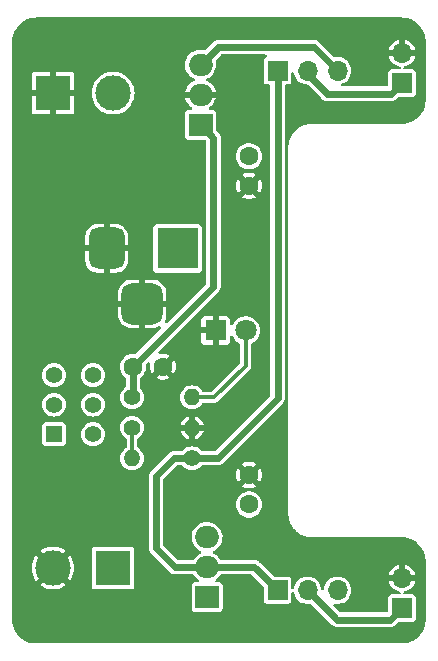
<source format=gbr>
%TF.GenerationSoftware,KiCad,Pcbnew,7.0.7*%
%TF.CreationDate,2023-12-09T08:29:27-03:00*%
%TF.ProjectId,bread_board_power_supply,62726561-645f-4626-9f61-72645f706f77,A*%
%TF.SameCoordinates,Original*%
%TF.FileFunction,Copper,L2,Bot*%
%TF.FilePolarity,Positive*%
%FSLAX46Y46*%
G04 Gerber Fmt 4.6, Leading zero omitted, Abs format (unit mm)*
G04 Created by KiCad (PCBNEW 7.0.7) date 2023-12-09 08:29:27*
%MOMM*%
%LPD*%
G01*
G04 APERTURE LIST*
G04 Aperture macros list*
%AMRoundRect*
0 Rectangle with rounded corners*
0 $1 Rounding radius*
0 $2 $3 $4 $5 $6 $7 $8 $9 X,Y pos of 4 corners*
0 Add a 4 corners polygon primitive as box body*
4,1,4,$2,$3,$4,$5,$6,$7,$8,$9,$2,$3,0*
0 Add four circle primitives for the rounded corners*
1,1,$1+$1,$2,$3*
1,1,$1+$1,$4,$5*
1,1,$1+$1,$6,$7*
1,1,$1+$1,$8,$9*
0 Add four rect primitives between the rounded corners*
20,1,$1+$1,$2,$3,$4,$5,0*
20,1,$1+$1,$4,$5,$6,$7,0*
20,1,$1+$1,$6,$7,$8,$9,0*
20,1,$1+$1,$8,$9,$2,$3,0*%
G04 Aperture macros list end*
%TA.AperFunction,ComponentPad*%
%ADD10R,3.000000X3.000000*%
%TD*%
%TA.AperFunction,ComponentPad*%
%ADD11C,3.000000*%
%TD*%
%TA.AperFunction,ComponentPad*%
%ADD12C,1.600000*%
%TD*%
%TA.AperFunction,ComponentPad*%
%ADD13R,1.700000X1.700000*%
%TD*%
%TA.AperFunction,ComponentPad*%
%ADD14O,1.700000X1.700000*%
%TD*%
%TA.AperFunction,ComponentPad*%
%ADD15R,1.800000X1.800000*%
%TD*%
%TA.AperFunction,ComponentPad*%
%ADD16C,1.800000*%
%TD*%
%TA.AperFunction,ComponentPad*%
%ADD17C,1.400000*%
%TD*%
%TA.AperFunction,ComponentPad*%
%ADD18O,1.400000X1.400000*%
%TD*%
%TA.AperFunction,ComponentPad*%
%ADD19R,1.400000X1.400000*%
%TD*%
%TA.AperFunction,ComponentPad*%
%ADD20R,3.500000X3.500000*%
%TD*%
%TA.AperFunction,ComponentPad*%
%ADD21RoundRect,0.750000X-0.750000X-1.000000X0.750000X-1.000000X0.750000X1.000000X-0.750000X1.000000X0*%
%TD*%
%TA.AperFunction,ComponentPad*%
%ADD22RoundRect,0.875000X-0.875000X-0.875000X0.875000X-0.875000X0.875000X0.875000X-0.875000X0.875000X0*%
%TD*%
%TA.AperFunction,ComponentPad*%
%ADD23R,2.000000X1.905000*%
%TD*%
%TA.AperFunction,ComponentPad*%
%ADD24O,2.000000X1.905000*%
%TD*%
%TA.AperFunction,Conductor*%
%ADD25C,0.609600*%
%TD*%
%TA.AperFunction,Conductor*%
%ADD26C,0.304800*%
%TD*%
G04 APERTURE END LIST*
D10*
%TO.P,J7,1,Pin_1*%
%TO.N,/DOWN*%
X134536100Y-116601600D03*
D11*
%TO.P,J7,2,Pin_2*%
%TO.N,GND*%
X129456100Y-116601600D03*
%TD*%
D12*
%TO.P,C3,1*%
%TO.N,/3V3*%
X146050000Y-111232000D03*
%TO.P,C3,2*%
%TO.N,GND*%
X146050000Y-108732000D03*
%TD*%
D13*
%TO.P,J6,1,Pin_1*%
%TO.N,/3V3*%
X148460000Y-118500000D03*
D14*
%TO.P,J6,2,Pin_2*%
%TO.N,/DOWN*%
X151000000Y-118500000D03*
%TO.P,J6,3,Pin_3*%
%TO.N,/5V*%
X153540000Y-118500000D03*
%TD*%
D15*
%TO.P,D1,1,K*%
%TO.N,GND*%
X143225000Y-96500000D03*
D16*
%TO.P,D1,2,A*%
%TO.N,Net-(D1-A)*%
X145765000Y-96500000D03*
%TD*%
D17*
%TO.P,R2,1*%
%TO.N,/3V3*%
X141224000Y-107315000D03*
D18*
%TO.P,R2,2*%
%TO.N,Net-(U2-ADJ)*%
X136144000Y-107315000D03*
%TD*%
D10*
%TO.P,J4,1,Pin_1*%
%TO.N,GND*%
X129463900Y-76398400D03*
D11*
%TO.P,J4,2,Pin_2*%
%TO.N,/UP*%
X134543900Y-76398400D03*
%TD*%
D13*
%TO.P,J3,1,Pin_1*%
%TO.N,/3V3*%
X148460000Y-74500000D03*
D14*
%TO.P,J3,2,Pin_2*%
%TO.N,/UP*%
X151000000Y-74500000D03*
%TO.P,J3,3,Pin_3*%
%TO.N,/5V*%
X153540000Y-74500000D03*
%TD*%
D19*
%TO.P,SW1,1,A*%
%TO.N,unconnected-(SW1A-A-Pad1)*%
X129540000Y-105277500D03*
D17*
%TO.P,SW1,2,B*%
%TO.N,/12V*%
X129540000Y-102777500D03*
%TO.P,SW1,3,C*%
%TO.N,Net-(SW1A-C)*%
X129540000Y-100277500D03*
%TO.P,SW1,4,A*%
%TO.N,unconnected-(SW1B-A-Pad4)*%
X132840000Y-105277500D03*
%TO.P,SW1,5,B*%
%TO.N,/12V*%
X132840000Y-102777500D03*
%TO.P,SW1,6,C*%
%TO.N,Net-(SW1A-C)*%
X132840000Y-100277500D03*
%TD*%
D20*
%TO.P,J1,1*%
%TO.N,Net-(SW1A-C)*%
X140000000Y-89542500D03*
D21*
%TO.P,J1,2*%
%TO.N,GND*%
X134000000Y-89542500D03*
D22*
%TO.P,J1,3*%
X137000000Y-94242500D03*
%TD*%
D13*
%TO.P,J2,1,Pin_1*%
%TO.N,/UP*%
X159000000Y-75540000D03*
D14*
%TO.P,J2,2,Pin_2*%
%TO.N,GND*%
X159000000Y-73000000D03*
%TD*%
D12*
%TO.P,C2,1*%
%TO.N,/5V*%
X146050000Y-81750000D03*
%TO.P,C2,2*%
%TO.N,GND*%
X146050000Y-84250000D03*
%TD*%
D23*
%TO.P,U1,1,VI*%
%TO.N,/12V*%
X141945000Y-79080000D03*
D24*
%TO.P,U1,2,GND*%
%TO.N,GND*%
X141945000Y-76540000D03*
%TO.P,U1,3,VO*%
%TO.N,/5V*%
X141945000Y-74000000D03*
%TD*%
D12*
%TO.P,C1,1*%
%TO.N,/12V*%
X136244000Y-99568000D03*
%TO.P,C1,2*%
%TO.N,GND*%
X138744000Y-99568000D03*
%TD*%
D17*
%TO.P,R1,1*%
%TO.N,/12V*%
X136144000Y-102150333D03*
D18*
%TO.P,R1,2*%
%TO.N,Net-(D1-A)*%
X141224000Y-102150333D03*
%TD*%
D17*
%TO.P,R3,1*%
%TO.N,Net-(U2-ADJ)*%
X136144000Y-104732666D03*
D18*
%TO.P,R3,2*%
%TO.N,GND*%
X141224000Y-104732666D03*
%TD*%
D13*
%TO.P,J5,1,Pin_1*%
%TO.N,/DOWN*%
X159000000Y-120000000D03*
D14*
%TO.P,J5,2,Pin_2*%
%TO.N,GND*%
X159000000Y-117460000D03*
%TD*%
D23*
%TO.P,U2,1,ADJ*%
%TO.N,Net-(U2-ADJ)*%
X142500000Y-119080000D03*
D24*
%TO.P,U2,2,VO*%
%TO.N,/3V3*%
X142500000Y-116540000D03*
%TO.P,U2,3,VI*%
%TO.N,/12V*%
X142500000Y-114000000D03*
%TD*%
D25*
%TO.N,/DOWN*%
X158019800Y-120980200D02*
X159000000Y-120000000D01*
X153480200Y-120980200D02*
X158019800Y-120980200D01*
X151000000Y-118500000D02*
X153480200Y-120980200D01*
%TO.N,/12V*%
X143027400Y-92784600D02*
X136244000Y-99568000D01*
X143027400Y-80162400D02*
X143027400Y-92784600D01*
X141945000Y-79080000D02*
X143027400Y-80162400D01*
X136244000Y-99568000D02*
X136244000Y-102050333D01*
X136244000Y-102050333D02*
X136144000Y-102150333D01*
%TO.N,/3V3*%
X141224000Y-107315000D02*
X143383000Y-107315000D01*
X138176000Y-114935000D02*
X138176000Y-108839000D01*
X142500000Y-116540000D02*
X139781000Y-116540000D01*
X139781000Y-116540000D02*
X138176000Y-114935000D01*
X142500000Y-116540000D02*
X146500000Y-116540000D01*
X148460000Y-102238000D02*
X148460000Y-74500000D01*
X138176000Y-108839000D02*
X139700000Y-107315000D01*
X146500000Y-116540000D02*
X148460000Y-118500000D01*
X143383000Y-107315000D02*
X148460000Y-102238000D01*
X139700000Y-107315000D02*
X141224000Y-107315000D01*
%TO.N,/5V*%
X141945000Y-74000000D02*
X143428000Y-72517000D01*
X143428000Y-72517000D02*
X151557000Y-72517000D01*
X151557000Y-72517000D02*
X153540000Y-74500000D01*
D26*
%TO.N,Net-(D1-A)*%
X141224000Y-102150333D02*
X143086667Y-102150333D01*
X145765000Y-99472000D02*
X145765000Y-96500000D01*
X143086667Y-102150333D02*
X145765000Y-99472000D01*
D25*
%TO.N,/UP*%
X152654000Y-76454000D02*
X158086000Y-76454000D01*
X151000000Y-74500000D02*
X151000000Y-74800000D01*
X151000000Y-74800000D02*
X152654000Y-76454000D01*
X158086000Y-76454000D02*
X159000000Y-75540000D01*
D26*
%TO.N,Net-(U2-ADJ)*%
X136144000Y-107315000D02*
X136144000Y-104732666D01*
%TD*%
%TA.AperFunction,Conductor*%
%TO.N,GND*%
G36*
X159002057Y-70000634D02*
G01*
X159083743Y-70005988D01*
X159265384Y-70018980D01*
X159273165Y-70020028D01*
X159389441Y-70043157D01*
X159533606Y-70074518D01*
X159540437Y-70076414D01*
X159659429Y-70116806D01*
X159791699Y-70166140D01*
X159797542Y-70168664D01*
X159912952Y-70225578D01*
X160034870Y-70292150D01*
X160039678Y-70295061D01*
X160146634Y-70366527D01*
X160149377Y-70368469D01*
X160189070Y-70398182D01*
X160258611Y-70450240D01*
X160262384Y-70453299D01*
X160359486Y-70538456D01*
X160362480Y-70541260D01*
X160458737Y-70637517D01*
X160461542Y-70640512D01*
X160546699Y-70737614D01*
X160549769Y-70741401D01*
X160631529Y-70850621D01*
X160633478Y-70853374D01*
X160704935Y-70960317D01*
X160707848Y-70965127D01*
X160774421Y-71087047D01*
X160820611Y-71180710D01*
X160831334Y-71202455D01*
X160831335Y-71202456D01*
X160833861Y-71208307D01*
X160883195Y-71340575D01*
X160923577Y-71459536D01*
X160925482Y-71466401D01*
X160956847Y-71610580D01*
X160979968Y-71726821D01*
X160981019Y-71734625D01*
X160994017Y-71916350D01*
X160999365Y-71997938D01*
X160999500Y-72002060D01*
X160999500Y-76997939D01*
X160999365Y-77002061D01*
X160994017Y-77083649D01*
X160981019Y-77265373D01*
X160979968Y-77273176D01*
X160956847Y-77389419D01*
X160925482Y-77533597D01*
X160923577Y-77540462D01*
X160883195Y-77659424D01*
X160833861Y-77791691D01*
X160831335Y-77797542D01*
X160774421Y-77912952D01*
X160707848Y-78034871D01*
X160704935Y-78039681D01*
X160633478Y-78146624D01*
X160631529Y-78149377D01*
X160549769Y-78258597D01*
X160546699Y-78262384D01*
X160461542Y-78359486D01*
X160458723Y-78362496D01*
X160362496Y-78458723D01*
X160359486Y-78461542D01*
X160262384Y-78546699D01*
X160258597Y-78549769D01*
X160149377Y-78631529D01*
X160146624Y-78633478D01*
X160039681Y-78704935D01*
X160034871Y-78707848D01*
X159912952Y-78774421D01*
X159797542Y-78831335D01*
X159791691Y-78833861D01*
X159659424Y-78883195D01*
X159540462Y-78923577D01*
X159533597Y-78925482D01*
X159389419Y-78956847D01*
X159273176Y-78979968D01*
X159265373Y-78981019D01*
X159083649Y-78994017D01*
X159026507Y-78997762D01*
X159002057Y-78999365D01*
X158997940Y-78999500D01*
X151417567Y-78999500D01*
X151412357Y-78997970D01*
X151393221Y-78999339D01*
X151388724Y-78999500D01*
X151252877Y-78999500D01*
X151108585Y-79018497D01*
X151108026Y-79018409D01*
X151104284Y-79019062D01*
X151090482Y-79020880D01*
X151086750Y-79021259D01*
X151009937Y-79026753D01*
X150996666Y-79031559D01*
X150996938Y-79032923D01*
X150992895Y-79033727D01*
X150833241Y-79076506D01*
X150832469Y-79076487D01*
X150828119Y-79077878D01*
X150800123Y-79085379D01*
X150797211Y-79086086D01*
X150747131Y-79096980D01*
X150739400Y-79101677D01*
X150572375Y-79170861D01*
X150570978Y-79171011D01*
X150570695Y-79171166D01*
X150564609Y-79174077D01*
X150506629Y-79198093D01*
X150492090Y-79203516D01*
X150485814Y-79208589D01*
X150328119Y-79299634D01*
X150325830Y-79300189D01*
X150324361Y-79301289D01*
X150318106Y-79305415D01*
X150270199Y-79333074D01*
X150270193Y-79333078D01*
X150268111Y-79334676D01*
X150254632Y-79343451D01*
X150249244Y-79349153D01*
X150104296Y-79460377D01*
X150101206Y-79461571D01*
X150099075Y-79463703D01*
X150092875Y-79469140D01*
X150062153Y-79492714D01*
X150062143Y-79492723D01*
X150049181Y-79505685D01*
X150037934Y-79515430D01*
X150034096Y-79520769D01*
X149904769Y-79650096D01*
X149900948Y-79652182D01*
X149889685Y-79665181D01*
X149876723Y-79678143D01*
X149876714Y-79678153D01*
X149853140Y-79708875D01*
X149847703Y-79715075D01*
X149846536Y-79716242D01*
X149844377Y-79720296D01*
X149733153Y-79865244D01*
X149728972Y-79868296D01*
X149718676Y-79884111D01*
X149717078Y-79886193D01*
X149717074Y-79886199D01*
X149689415Y-79934106D01*
X149685289Y-79940361D01*
X149684773Y-79941049D01*
X149683634Y-79944119D01*
X149592589Y-80101814D01*
X149588349Y-80105856D01*
X149582093Y-80122629D01*
X149558077Y-80180609D01*
X149555304Y-80186404D01*
X149554861Y-80188375D01*
X149485677Y-80355400D01*
X149481547Y-80360524D01*
X149470086Y-80413211D01*
X149469379Y-80416123D01*
X149461878Y-80444119D01*
X149460606Y-80448098D01*
X149460506Y-80449241D01*
X149417727Y-80608895D01*
X149416923Y-80612938D01*
X149415011Y-80612557D01*
X149411076Y-80621408D01*
X149405258Y-80702754D01*
X149404879Y-80706485D01*
X149403063Y-80720282D01*
X149402458Y-80723752D01*
X149402497Y-80724585D01*
X149383500Y-80868877D01*
X149383500Y-81004744D01*
X149383339Y-81009240D01*
X149382134Y-81026078D01*
X149383500Y-81033575D01*
X149383500Y-111966432D01*
X149381970Y-111971641D01*
X149383339Y-111990778D01*
X149383500Y-111995275D01*
X149383500Y-112131121D01*
X149402497Y-112275413D01*
X149402410Y-112275968D01*
X149403063Y-112279713D01*
X149404880Y-112293520D01*
X149405259Y-112297250D01*
X149410755Y-112374088D01*
X149415551Y-112387334D01*
X149416923Y-112387062D01*
X149417727Y-112391104D01*
X149460505Y-112550756D01*
X149460486Y-112551525D01*
X149461876Y-112555874D01*
X149469379Y-112583876D01*
X149470086Y-112586789D01*
X149480980Y-112636869D01*
X149485677Y-112644599D01*
X149554860Y-112811623D01*
X149555010Y-112813019D01*
X149555166Y-112813305D01*
X149558078Y-112819391D01*
X149582094Y-112877372D01*
X149587517Y-112891911D01*
X149592589Y-112898185D01*
X149683633Y-113055879D01*
X149684187Y-113058163D01*
X149685282Y-113059626D01*
X149689412Y-113065888D01*
X149717076Y-113113804D01*
X149717078Y-113113807D01*
X149718673Y-113115885D01*
X149727450Y-113129365D01*
X149733150Y-113134752D01*
X149792890Y-113212605D01*
X149844377Y-113279704D01*
X149845570Y-113282790D01*
X149847698Y-113284918D01*
X149853137Y-113291120D01*
X149876718Y-113321851D01*
X149876722Y-113321855D01*
X149876729Y-113321863D01*
X149889689Y-113334823D01*
X149899434Y-113346069D01*
X149904769Y-113349903D01*
X150034095Y-113479229D01*
X150036180Y-113483048D01*
X150049175Y-113494309D01*
X150062136Y-113507270D01*
X150062143Y-113507276D01*
X150062149Y-113507282D01*
X150062157Y-113507288D01*
X150062158Y-113507289D01*
X150092878Y-113530862D01*
X150099081Y-113536301D01*
X150100247Y-113537467D01*
X150104294Y-113539622D01*
X150249242Y-113650845D01*
X150252294Y-113655025D01*
X150268121Y-113665331D01*
X150270197Y-113666924D01*
X150318111Y-113694587D01*
X150324374Y-113698717D01*
X150325058Y-113699229D01*
X150328120Y-113700366D01*
X150485812Y-113791409D01*
X150489851Y-113795645D01*
X150506555Y-113801875D01*
X150564624Y-113825928D01*
X150570405Y-113828694D01*
X150572370Y-113829136D01*
X150739399Y-113898322D01*
X150744520Y-113902449D01*
X150797185Y-113913906D01*
X150800053Y-113914601D01*
X150828144Y-113922128D01*
X150832098Y-113923392D01*
X150833234Y-113923492D01*
X150992884Y-113966270D01*
X150992891Y-113966270D01*
X150992899Y-113966273D01*
X150996938Y-113967077D01*
X150996544Y-113969055D01*
X151005276Y-113972912D01*
X151086736Y-113978739D01*
X151090464Y-113979117D01*
X151104312Y-113980940D01*
X151107759Y-113981540D01*
X151108580Y-113981502D01*
X151252880Y-114000500D01*
X151383901Y-114000500D01*
X151388738Y-114000500D01*
X151393234Y-114000661D01*
X151410064Y-114001864D01*
X151417568Y-114000500D01*
X158997941Y-114000500D01*
X159002057Y-114000634D01*
X159083743Y-114005988D01*
X159265384Y-114018980D01*
X159273165Y-114020028D01*
X159389441Y-114043157D01*
X159533606Y-114074518D01*
X159540437Y-114076414D01*
X159659429Y-114116806D01*
X159791699Y-114166140D01*
X159797542Y-114168664D01*
X159912952Y-114225578D01*
X160014488Y-114281021D01*
X160034870Y-114292150D01*
X160039678Y-114295061D01*
X160146634Y-114366527D01*
X160149377Y-114368469D01*
X160178476Y-114390252D01*
X160258611Y-114450240D01*
X160262384Y-114453299D01*
X160359486Y-114538456D01*
X160362480Y-114541260D01*
X160458737Y-114637517D01*
X160461542Y-114640512D01*
X160546699Y-114737614D01*
X160549769Y-114741401D01*
X160631529Y-114850621D01*
X160633478Y-114853374D01*
X160704935Y-114960317D01*
X160707848Y-114965127D01*
X160774421Y-115087047D01*
X160831335Y-115202456D01*
X160833861Y-115208307D01*
X160853786Y-115261727D01*
X160877546Y-115325431D01*
X160883192Y-115340568D01*
X160923577Y-115459536D01*
X160925482Y-115466401D01*
X160956847Y-115610580D01*
X160979968Y-115726821D01*
X160981019Y-115734625D01*
X160994017Y-115916350D01*
X160995723Y-115942375D01*
X160999194Y-115995337D01*
X160999365Y-115997938D01*
X160999500Y-116002060D01*
X160999500Y-120997939D01*
X160999365Y-121002061D01*
X160994017Y-121083649D01*
X160981019Y-121265373D01*
X160979968Y-121273176D01*
X160956847Y-121389419D01*
X160925482Y-121533597D01*
X160923577Y-121540462D01*
X160883195Y-121659424D01*
X160833861Y-121791691D01*
X160831335Y-121797542D01*
X160774421Y-121912952D01*
X160707848Y-122034871D01*
X160704935Y-122039681D01*
X160633478Y-122146624D01*
X160631529Y-122149377D01*
X160549769Y-122258597D01*
X160546699Y-122262384D01*
X160461542Y-122359486D01*
X160458723Y-122362496D01*
X160362496Y-122458723D01*
X160359486Y-122461542D01*
X160262384Y-122546699D01*
X160258597Y-122549769D01*
X160149377Y-122631529D01*
X160146624Y-122633478D01*
X160039681Y-122704935D01*
X160034871Y-122707848D01*
X159912952Y-122774421D01*
X159797542Y-122831335D01*
X159791691Y-122833861D01*
X159659424Y-122883195D01*
X159540462Y-122923577D01*
X159533597Y-122925482D01*
X159389419Y-122956847D01*
X159273176Y-122979968D01*
X159265373Y-122981019D01*
X159083649Y-122994017D01*
X159026507Y-122997762D01*
X159002057Y-122999365D01*
X158997940Y-122999500D01*
X128002060Y-122999500D01*
X127997942Y-122999365D01*
X127969828Y-122997522D01*
X127916350Y-122994017D01*
X127734625Y-122981019D01*
X127726821Y-122979968D01*
X127610580Y-122956847D01*
X127466401Y-122925482D01*
X127459539Y-122923577D01*
X127340575Y-122883195D01*
X127287464Y-122863385D01*
X127208307Y-122833861D01*
X127202456Y-122831335D01*
X127087047Y-122774421D01*
X126965127Y-122707848D01*
X126960317Y-122704935D01*
X126853374Y-122633478D01*
X126850621Y-122631529D01*
X126771860Y-122572570D01*
X126741394Y-122549763D01*
X126737614Y-122546699D01*
X126640512Y-122461542D01*
X126637517Y-122458737D01*
X126541260Y-122362480D01*
X126538456Y-122359486D01*
X126453299Y-122262384D01*
X126450240Y-122258611D01*
X126398182Y-122189070D01*
X126368469Y-122149377D01*
X126366520Y-122146624D01*
X126295063Y-122039681D01*
X126292150Y-122034870D01*
X126225578Y-121912952D01*
X126168664Y-121797542D01*
X126166140Y-121791699D01*
X126116805Y-121659424D01*
X126076414Y-121540437D01*
X126074518Y-121533606D01*
X126043157Y-121389441D01*
X126020028Y-121273165D01*
X126018980Y-121265384D01*
X126005988Y-121083743D01*
X126000634Y-121002057D01*
X126000500Y-120997941D01*
X126000500Y-116601600D01*
X127646239Y-116601600D01*
X127666455Y-116871350D01*
X127726644Y-117135061D01*
X127825468Y-117386862D01*
X127825470Y-117386866D01*
X127960721Y-117621128D01*
X128012469Y-117686018D01*
X128656568Y-117041918D01*
X128718881Y-117007893D01*
X128789696Y-117012957D01*
X128846532Y-117055504D01*
X128846731Y-117055770D01*
X128856814Y-117069313D01*
X128899533Y-117126694D01*
X128994045Y-117206000D01*
X129006630Y-117216560D01*
X129045956Y-117275670D01*
X129047082Y-117346658D01*
X129014733Y-117402176D01*
X128370858Y-118046050D01*
X128551174Y-118168988D01*
X128551175Y-118168989D01*
X128794874Y-118286348D01*
X128794892Y-118286355D01*
X129053357Y-118366081D01*
X129053369Y-118366083D01*
X129320853Y-118406400D01*
X129591347Y-118406400D01*
X129858830Y-118366083D01*
X129858842Y-118366081D01*
X130117310Y-118286354D01*
X130117317Y-118286351D01*
X130361033Y-118168985D01*
X130361035Y-118168984D01*
X130393024Y-118147174D01*
X132730800Y-118147174D01*
X132730801Y-118147178D01*
X132733330Y-118168988D01*
X132733762Y-118172708D01*
X132733763Y-118172712D01*
X132779865Y-118277125D01*
X132860572Y-118357832D01*
X132860574Y-118357833D01*
X132860575Y-118357834D01*
X132964991Y-118403938D01*
X132990521Y-118406900D01*
X136081678Y-118406899D01*
X136107209Y-118403938D01*
X136211625Y-118357834D01*
X136292334Y-118277125D01*
X136338438Y-118172709D01*
X136341400Y-118147179D01*
X136341399Y-115056022D01*
X136338438Y-115030491D01*
X136313228Y-114973395D01*
X136292334Y-114926074D01*
X136211627Y-114845367D01*
X136211625Y-114845366D01*
X136107207Y-114799261D01*
X136107208Y-114799261D01*
X136081682Y-114796300D01*
X132990525Y-114796300D01*
X132990521Y-114796301D01*
X132964991Y-114799262D01*
X132964987Y-114799263D01*
X132860574Y-114845365D01*
X132779867Y-114926072D01*
X132779866Y-114926074D01*
X132733761Y-115030492D01*
X132730800Y-115056016D01*
X132730800Y-118147174D01*
X130393024Y-118147174D01*
X130541339Y-118046052D01*
X130541340Y-118046050D01*
X129897518Y-117402228D01*
X129863492Y-117339916D01*
X129868557Y-117269101D01*
X129911104Y-117212265D01*
X129917350Y-117207878D01*
X129947944Y-117187757D01*
X130069864Y-117058530D01*
X130069864Y-117058529D01*
X130074900Y-117053192D01*
X130076058Y-117054284D01*
X130125873Y-117016778D01*
X130196674Y-117011518D01*
X130259080Y-117045371D01*
X130259326Y-117045616D01*
X130899729Y-117686019D01*
X130899730Y-117686018D01*
X130951473Y-117621135D01*
X130951479Y-117621127D01*
X131086729Y-117386866D01*
X131086731Y-117386862D01*
X131185555Y-117135061D01*
X131245744Y-116871350D01*
X131265960Y-116601600D01*
X131245744Y-116331849D01*
X131185555Y-116068138D01*
X131086731Y-115816337D01*
X131086729Y-115816333D01*
X130951479Y-115582072D01*
X130899729Y-115517180D01*
X130899728Y-115517180D01*
X130255629Y-116161280D01*
X130193317Y-116195306D01*
X130122502Y-116190241D01*
X130065666Y-116147694D01*
X130065467Y-116147427D01*
X130012669Y-116076508D01*
X129905568Y-115986638D01*
X129866242Y-115927528D01*
X129865116Y-115856540D01*
X129897465Y-115801021D01*
X130541339Y-115157148D01*
X130361026Y-115034211D01*
X130361025Y-115034210D01*
X130117317Y-114916848D01*
X130117310Y-114916845D01*
X129858842Y-114837118D01*
X129858830Y-114837116D01*
X129591347Y-114796800D01*
X129320853Y-114796800D01*
X129053369Y-114837116D01*
X129053357Y-114837118D01*
X128794892Y-114916844D01*
X128794874Y-114916851D01*
X128551175Y-115034210D01*
X128551167Y-115034215D01*
X128370859Y-115157147D01*
X128370859Y-115157149D01*
X129014681Y-115800971D01*
X129048707Y-115863283D01*
X129043642Y-115934098D01*
X129001095Y-115990934D01*
X128994826Y-115995337D01*
X128964253Y-116015445D01*
X128837300Y-116150008D01*
X128836145Y-116148918D01*
X128786300Y-116186431D01*
X128715497Y-116191675D01*
X128653099Y-116157808D01*
X128652873Y-116157583D01*
X128012468Y-115517180D01*
X127960720Y-115582072D01*
X127825470Y-115816333D01*
X127825468Y-115816337D01*
X127726644Y-116068138D01*
X127666455Y-116331849D01*
X127646239Y-116601600D01*
X126000500Y-116601600D01*
X126000500Y-107315003D01*
X135133836Y-107315003D01*
X135153244Y-107512066D01*
X135153245Y-107512072D01*
X135153246Y-107512073D01*
X135210730Y-107701573D01*
X135304079Y-107876217D01*
X135429706Y-108029294D01*
X135582783Y-108154921D01*
X135757427Y-108248270D01*
X135946927Y-108305754D01*
X135946931Y-108305754D01*
X135946933Y-108305755D01*
X136143997Y-108325164D01*
X136144000Y-108325164D01*
X136144003Y-108325164D01*
X136341066Y-108305755D01*
X136341067Y-108305754D01*
X136341073Y-108305754D01*
X136530573Y-108248270D01*
X136705217Y-108154921D01*
X136858294Y-108029294D01*
X136983921Y-107876217D01*
X137077270Y-107701573D01*
X137134754Y-107512073D01*
X137154164Y-107315000D01*
X137134754Y-107117927D01*
X137077270Y-106928427D01*
X136983921Y-106753783D01*
X136858294Y-106600706D01*
X136705217Y-106475079D01*
X136705218Y-106475079D01*
X136705215Y-106475077D01*
X136668303Y-106455347D01*
X136617655Y-106405595D01*
X136601700Y-106344226D01*
X136601700Y-105703439D01*
X136621702Y-105635318D01*
X136668306Y-105592316D01*
X136668903Y-105591996D01*
X136705217Y-105572587D01*
X136858294Y-105446960D01*
X136983921Y-105293883D01*
X137077270Y-105119239D01*
X137134754Y-104929739D01*
X137140126Y-104875204D01*
X137154164Y-104732669D01*
X137154164Y-104732662D01*
X137134755Y-104535599D01*
X137134754Y-104535597D01*
X137134754Y-104535593D01*
X137117485Y-104478665D01*
X140251035Y-104478665D01*
X140251036Y-104478666D01*
X140760396Y-104478666D01*
X140828517Y-104498668D01*
X140875010Y-104552324D01*
X140885114Y-104622598D01*
X140882541Y-104635595D01*
X140880019Y-104645554D01*
X140880018Y-104645556D01*
X140880018Y-104645558D01*
X140870372Y-104761968D01*
X140885010Y-104819774D01*
X140887533Y-104829735D01*
X140884866Y-104900681D01*
X140844266Y-104958923D01*
X140778622Y-104985969D01*
X140765389Y-104986666D01*
X140251036Y-104986666D01*
X140291193Y-105119046D01*
X140291194Y-105119048D01*
X140384495Y-105293601D01*
X140510061Y-105446604D01*
X140663064Y-105572170D01*
X140837618Y-105665471D01*
X140970000Y-105705628D01*
X140970000Y-105191992D01*
X140990002Y-105123871D01*
X141043658Y-105077378D01*
X141113932Y-105067274D01*
X141136911Y-105072818D01*
X141165595Y-105082666D01*
X141253005Y-105082666D01*
X141331262Y-105069607D01*
X141401744Y-105078123D01*
X141456435Y-105123394D01*
X141477968Y-105191046D01*
X141478000Y-105193888D01*
X141478000Y-105705628D01*
X141610381Y-105665471D01*
X141784935Y-105572170D01*
X141937938Y-105446604D01*
X142063504Y-105293601D01*
X142156805Y-105119048D01*
X142156806Y-105119046D01*
X142196964Y-104986666D01*
X141687604Y-104986666D01*
X141619483Y-104966664D01*
X141572990Y-104913008D01*
X141562886Y-104842734D01*
X141565459Y-104829737D01*
X141567979Y-104819780D01*
X141567982Y-104819774D01*
X141577628Y-104703364D01*
X141560467Y-104635595D01*
X141563134Y-104564651D01*
X141603734Y-104506409D01*
X141669378Y-104479363D01*
X141682611Y-104478666D01*
X142196964Y-104478666D01*
X142196964Y-104478665D01*
X142156806Y-104346285D01*
X142156805Y-104346283D01*
X142063504Y-104171730D01*
X141937938Y-104018727D01*
X141784935Y-103893161D01*
X141610382Y-103799860D01*
X141610380Y-103799859D01*
X141478000Y-103759701D01*
X141478000Y-104273339D01*
X141457998Y-104341460D01*
X141404342Y-104387953D01*
X141334068Y-104398057D01*
X141311091Y-104392513D01*
X141282406Y-104382666D01*
X141282405Y-104382666D01*
X141194995Y-104382666D01*
X141116737Y-104395724D01*
X141046255Y-104387207D01*
X140991565Y-104341936D01*
X140970032Y-104274283D01*
X140970000Y-104271443D01*
X140970000Y-103759701D01*
X140969999Y-103759701D01*
X140837619Y-103799859D01*
X140837617Y-103799860D01*
X140663064Y-103893161D01*
X140510061Y-104018727D01*
X140384495Y-104171730D01*
X140291194Y-104346283D01*
X140291193Y-104346285D01*
X140251035Y-104478665D01*
X137117485Y-104478665D01*
X137077270Y-104346093D01*
X136983921Y-104171449D01*
X136858294Y-104018372D01*
X136705217Y-103892745D01*
X136530573Y-103799396D01*
X136341073Y-103741912D01*
X136341072Y-103741911D01*
X136341066Y-103741910D01*
X136144003Y-103722502D01*
X136143997Y-103722502D01*
X135946933Y-103741910D01*
X135757426Y-103799396D01*
X135582782Y-103892745D01*
X135429706Y-104018372D01*
X135304079Y-104171448D01*
X135210730Y-104346092D01*
X135153244Y-104535599D01*
X135133836Y-104732662D01*
X135133836Y-104732669D01*
X135153244Y-104929732D01*
X135153245Y-104929738D01*
X135153246Y-104929739D01*
X135210730Y-105119239D01*
X135304079Y-105293883D01*
X135429706Y-105446960D01*
X135582783Y-105572587D01*
X135582789Y-105572590D01*
X135619694Y-105592316D01*
X135670343Y-105642067D01*
X135686300Y-105703439D01*
X135686300Y-106344226D01*
X135666298Y-106412347D01*
X135619697Y-106455347D01*
X135582784Y-106475077D01*
X135429706Y-106600706D01*
X135304079Y-106753782D01*
X135210730Y-106928426D01*
X135153244Y-107117933D01*
X135133836Y-107314996D01*
X135133836Y-107315003D01*
X126000500Y-107315003D01*
X126000500Y-106023074D01*
X128534700Y-106023074D01*
X128534701Y-106023078D01*
X128537662Y-106048608D01*
X128537663Y-106048612D01*
X128583765Y-106153025D01*
X128664472Y-106233732D01*
X128664474Y-106233733D01*
X128664475Y-106233734D01*
X128768891Y-106279838D01*
X128794421Y-106282800D01*
X130285578Y-106282799D01*
X130311109Y-106279838D01*
X130415525Y-106233734D01*
X130496234Y-106153025D01*
X130542338Y-106048609D01*
X130545300Y-106023079D01*
X130545300Y-105277503D01*
X131829836Y-105277503D01*
X131849244Y-105474566D01*
X131849245Y-105474572D01*
X131849246Y-105474573D01*
X131906730Y-105664073D01*
X132000079Y-105838717D01*
X132125706Y-105991794D01*
X132278783Y-106117421D01*
X132453427Y-106210770D01*
X132642927Y-106268254D01*
X132642931Y-106268254D01*
X132642933Y-106268255D01*
X132839997Y-106287664D01*
X132840000Y-106287664D01*
X132840003Y-106287664D01*
X133037066Y-106268255D01*
X133037067Y-106268254D01*
X133037073Y-106268254D01*
X133226573Y-106210770D01*
X133401217Y-106117421D01*
X133554294Y-105991794D01*
X133679921Y-105838717D01*
X133773270Y-105664073D01*
X133830754Y-105474573D01*
X133848551Y-105293883D01*
X133850164Y-105277503D01*
X133850164Y-105277496D01*
X133830755Y-105080433D01*
X133830754Y-105080431D01*
X133830754Y-105080427D01*
X133773270Y-104890927D01*
X133679921Y-104716283D01*
X133554294Y-104563206D01*
X133401217Y-104437579D01*
X133226573Y-104344230D01*
X133037073Y-104286746D01*
X133037072Y-104286745D01*
X133037066Y-104286744D01*
X132840003Y-104267336D01*
X132839997Y-104267336D01*
X132642933Y-104286744D01*
X132453426Y-104344230D01*
X132278782Y-104437579D01*
X132125706Y-104563206D01*
X132000079Y-104716282D01*
X131906730Y-104890926D01*
X131849244Y-105080433D01*
X131829836Y-105277496D01*
X131829836Y-105277503D01*
X130545300Y-105277503D01*
X130545299Y-104531922D01*
X130542338Y-104506391D01*
X130496234Y-104401975D01*
X130496234Y-104401974D01*
X130415527Y-104321267D01*
X130415525Y-104321266D01*
X130311107Y-104275161D01*
X130311108Y-104275161D01*
X130285582Y-104272200D01*
X128794425Y-104272200D01*
X128794421Y-104272201D01*
X128768891Y-104275162D01*
X128768887Y-104275163D01*
X128664474Y-104321265D01*
X128583767Y-104401972D01*
X128583766Y-104401974D01*
X128537661Y-104506392D01*
X128534700Y-104531916D01*
X128534700Y-106023074D01*
X126000500Y-106023074D01*
X126000500Y-102777503D01*
X128529836Y-102777503D01*
X128549244Y-102974566D01*
X128549245Y-102974572D01*
X128549246Y-102974573D01*
X128606730Y-103164073D01*
X128700079Y-103338717D01*
X128825706Y-103491794D01*
X128978783Y-103617421D01*
X129153427Y-103710770D01*
X129342927Y-103768254D01*
X129342931Y-103768254D01*
X129342933Y-103768255D01*
X129539997Y-103787664D01*
X129540000Y-103787664D01*
X129540003Y-103787664D01*
X129737066Y-103768255D01*
X129737067Y-103768254D01*
X129737073Y-103768254D01*
X129926573Y-103710770D01*
X130101217Y-103617421D01*
X130254294Y-103491794D01*
X130379921Y-103338717D01*
X130473270Y-103164073D01*
X130530754Y-102974573D01*
X130550164Y-102777503D01*
X131829836Y-102777503D01*
X131849244Y-102974566D01*
X131849245Y-102974572D01*
X131849246Y-102974573D01*
X131906730Y-103164073D01*
X132000079Y-103338717D01*
X132125706Y-103491794D01*
X132278783Y-103617421D01*
X132453427Y-103710770D01*
X132642927Y-103768254D01*
X132642931Y-103768254D01*
X132642933Y-103768255D01*
X132839997Y-103787664D01*
X132840000Y-103787664D01*
X132840003Y-103787664D01*
X133037066Y-103768255D01*
X133037067Y-103768254D01*
X133037073Y-103768254D01*
X133226573Y-103710770D01*
X133401217Y-103617421D01*
X133554294Y-103491794D01*
X133679921Y-103338717D01*
X133773270Y-103164073D01*
X133830754Y-102974573D01*
X133850164Y-102777500D01*
X133850164Y-102777496D01*
X133830755Y-102580433D01*
X133830754Y-102580431D01*
X133830754Y-102580427D01*
X133773270Y-102390927D01*
X133679921Y-102216283D01*
X133554294Y-102063206D01*
X133401217Y-101937579D01*
X133226573Y-101844230D01*
X133037073Y-101786746D01*
X133037072Y-101786745D01*
X133037066Y-101786744D01*
X132840003Y-101767336D01*
X132839997Y-101767336D01*
X132642933Y-101786744D01*
X132453426Y-101844230D01*
X132278782Y-101937579D01*
X132125706Y-102063206D01*
X132000079Y-102216282D01*
X131906730Y-102390926D01*
X131849244Y-102580433D01*
X131829836Y-102777496D01*
X131829836Y-102777503D01*
X130550164Y-102777503D01*
X130550164Y-102777500D01*
X130550164Y-102777496D01*
X130530755Y-102580433D01*
X130530754Y-102580431D01*
X130530754Y-102580427D01*
X130473270Y-102390927D01*
X130379921Y-102216283D01*
X130254294Y-102063206D01*
X130101217Y-101937579D01*
X129926573Y-101844230D01*
X129737073Y-101786746D01*
X129737072Y-101786745D01*
X129737066Y-101786744D01*
X129540003Y-101767336D01*
X129539997Y-101767336D01*
X129342933Y-101786744D01*
X129153426Y-101844230D01*
X128978782Y-101937579D01*
X128825706Y-102063206D01*
X128700079Y-102216282D01*
X128606730Y-102390926D01*
X128549244Y-102580433D01*
X128529836Y-102777496D01*
X128529836Y-102777503D01*
X126000500Y-102777503D01*
X126000500Y-100277503D01*
X128529836Y-100277503D01*
X128549244Y-100474566D01*
X128549245Y-100474572D01*
X128549246Y-100474573D01*
X128606730Y-100664073D01*
X128700079Y-100838717D01*
X128825706Y-100991794D01*
X128978783Y-101117421D01*
X129153427Y-101210770D01*
X129342927Y-101268254D01*
X129342931Y-101268254D01*
X129342933Y-101268255D01*
X129539997Y-101287664D01*
X129540000Y-101287664D01*
X129540003Y-101287664D01*
X129737066Y-101268255D01*
X129737067Y-101268254D01*
X129737073Y-101268254D01*
X129926573Y-101210770D01*
X130101217Y-101117421D01*
X130254294Y-100991794D01*
X130379921Y-100838717D01*
X130473270Y-100664073D01*
X130530754Y-100474573D01*
X130532798Y-100453827D01*
X130550164Y-100277503D01*
X131829836Y-100277503D01*
X131849244Y-100474566D01*
X131849245Y-100474572D01*
X131849246Y-100474573D01*
X131906730Y-100664073D01*
X132000079Y-100838717D01*
X132125706Y-100991794D01*
X132278783Y-101117421D01*
X132453427Y-101210770D01*
X132642927Y-101268254D01*
X132642931Y-101268254D01*
X132642933Y-101268255D01*
X132839997Y-101287664D01*
X132840000Y-101287664D01*
X132840003Y-101287664D01*
X133037066Y-101268255D01*
X133037067Y-101268254D01*
X133037073Y-101268254D01*
X133226573Y-101210770D01*
X133401217Y-101117421D01*
X133554294Y-100991794D01*
X133679921Y-100838717D01*
X133773270Y-100664073D01*
X133830754Y-100474573D01*
X133832798Y-100453827D01*
X133850164Y-100277503D01*
X133850164Y-100277496D01*
X133830755Y-100080433D01*
X133830754Y-100080431D01*
X133830754Y-100080427D01*
X133773270Y-99890927D01*
X133679921Y-99716283D01*
X133554294Y-99563206D01*
X133401217Y-99437579D01*
X133226573Y-99344230D01*
X133037073Y-99286746D01*
X133037072Y-99286745D01*
X133037066Y-99286744D01*
X132840003Y-99267336D01*
X132839997Y-99267336D01*
X132642933Y-99286744D01*
X132453426Y-99344230D01*
X132278782Y-99437579D01*
X132125706Y-99563206D01*
X132000079Y-99716282D01*
X131906730Y-99890926D01*
X131849244Y-100080433D01*
X131829836Y-100277496D01*
X131829836Y-100277503D01*
X130550164Y-100277503D01*
X130550164Y-100277496D01*
X130530755Y-100080433D01*
X130530754Y-100080431D01*
X130530754Y-100080427D01*
X130473270Y-99890927D01*
X130379921Y-99716283D01*
X130254294Y-99563206D01*
X130101217Y-99437579D01*
X129926573Y-99344230D01*
X129737073Y-99286746D01*
X129737072Y-99286745D01*
X129737066Y-99286744D01*
X129540003Y-99267336D01*
X129539997Y-99267336D01*
X129342933Y-99286744D01*
X129153426Y-99344230D01*
X128978782Y-99437579D01*
X128825706Y-99563206D01*
X128700079Y-99716282D01*
X128606730Y-99890926D01*
X128549244Y-100080433D01*
X128529836Y-100277496D01*
X128529836Y-100277503D01*
X126000500Y-100277503D01*
X126000500Y-95190318D01*
X134945200Y-95190318D01*
X134951508Y-95281194D01*
X134951508Y-95281198D01*
X135001568Y-95494038D01*
X135089885Y-95694055D01*
X135213453Y-95874441D01*
X135213458Y-95874447D01*
X135368052Y-96029041D01*
X135368058Y-96029046D01*
X135548444Y-96152614D01*
X135748462Y-96240931D01*
X135748461Y-96240931D01*
X135961303Y-96290991D01*
X136052182Y-96297300D01*
X136746000Y-96297300D01*
X136746000Y-94868500D01*
X136766002Y-94800379D01*
X136819658Y-94753886D01*
X136872000Y-94742500D01*
X137128000Y-94742500D01*
X137196121Y-94762502D01*
X137242614Y-94816158D01*
X137254000Y-94868500D01*
X137254000Y-96297300D01*
X137947818Y-96297300D01*
X138038694Y-96290991D01*
X138038698Y-96290991D01*
X138251535Y-96240931D01*
X138452752Y-96152085D01*
X138523148Y-96142867D01*
X138587352Y-96173171D01*
X138624981Y-96233376D01*
X138624086Y-96304367D01*
X138592742Y-96356444D01*
X136511391Y-98437795D01*
X136449079Y-98471821D01*
X136399146Y-98472555D01*
X136346422Y-98462700D01*
X136346421Y-98462700D01*
X136141579Y-98462700D01*
X136023575Y-98484759D01*
X135940223Y-98500340D01*
X135792229Y-98557673D01*
X135749215Y-98574337D01*
X135749214Y-98574337D01*
X135749213Y-98574338D01*
X135749208Y-98574340D01*
X135575052Y-98682173D01*
X135423672Y-98820174D01*
X135300230Y-98983640D01*
X135208920Y-99167014D01*
X135152865Y-99364028D01*
X135133965Y-99568000D01*
X135152865Y-99771971D01*
X135208920Y-99968985D01*
X135208923Y-99968991D01*
X135300229Y-100152358D01*
X135300230Y-100152359D01*
X135423675Y-100315828D01*
X135575049Y-100453823D01*
X135579700Y-100457335D01*
X135578843Y-100458469D01*
X135621609Y-100506164D01*
X135633900Y-100560443D01*
X135633900Y-101208908D01*
X135613898Y-101277029D01*
X135586390Y-101305050D01*
X135587568Y-101306485D01*
X135429706Y-101436039D01*
X135304079Y-101589115D01*
X135210730Y-101763759D01*
X135153244Y-101953266D01*
X135133836Y-102150329D01*
X135133836Y-102150336D01*
X135153244Y-102347399D01*
X135153245Y-102347405D01*
X135153246Y-102347406D01*
X135210730Y-102536906D01*
X135304079Y-102711550D01*
X135429706Y-102864627D01*
X135582783Y-102990254D01*
X135757427Y-103083603D01*
X135946927Y-103141087D01*
X135946931Y-103141087D01*
X135946933Y-103141088D01*
X136143997Y-103160497D01*
X136144000Y-103160497D01*
X136144003Y-103160497D01*
X136341066Y-103141088D01*
X136341067Y-103141087D01*
X136341073Y-103141087D01*
X136530573Y-103083603D01*
X136705217Y-102990254D01*
X136858294Y-102864627D01*
X136983921Y-102711550D01*
X137077270Y-102536906D01*
X137134754Y-102347406D01*
X137137939Y-102315075D01*
X137154164Y-102150336D01*
X140213836Y-102150336D01*
X140233244Y-102347399D01*
X140233245Y-102347405D01*
X140233246Y-102347406D01*
X140290730Y-102536906D01*
X140384079Y-102711550D01*
X140509706Y-102864627D01*
X140662783Y-102990254D01*
X140837427Y-103083603D01*
X141026927Y-103141087D01*
X141026931Y-103141087D01*
X141026933Y-103141088D01*
X141223997Y-103160497D01*
X141224000Y-103160497D01*
X141224003Y-103160497D01*
X141421066Y-103141088D01*
X141421067Y-103141087D01*
X141421073Y-103141087D01*
X141610573Y-103083603D01*
X141785217Y-102990254D01*
X141938294Y-102864627D01*
X142063921Y-102711550D01*
X142083650Y-102674638D01*
X142133402Y-102623989D01*
X142194773Y-102608033D01*
X143057414Y-102608033D01*
X143064470Y-102608428D01*
X143103974Y-102612880D01*
X143163353Y-102601644D01*
X143223100Y-102592639D01*
X143223102Y-102592637D01*
X143231350Y-102590093D01*
X143239536Y-102587229D01*
X143239543Y-102587228D01*
X143292966Y-102558993D01*
X143347411Y-102532774D01*
X143354555Y-102527902D01*
X143361522Y-102522760D01*
X143361529Y-102522757D01*
X143404261Y-102480024D01*
X143448553Y-102438928D01*
X143448554Y-102438925D01*
X143454441Y-102431544D01*
X143455108Y-102432076D01*
X143464647Y-102419637D01*
X146067970Y-99816313D01*
X146073214Y-99811626D01*
X146104308Y-99786832D01*
X146138354Y-99736894D01*
X146174230Y-99688285D01*
X146174232Y-99688276D01*
X146178271Y-99680636D01*
X146182022Y-99672843D01*
X146182031Y-99672832D01*
X146199839Y-99615099D01*
X146219801Y-99558053D01*
X146219801Y-99558048D01*
X146221406Y-99549569D01*
X146222700Y-99540988D01*
X146222700Y-99480574D01*
X146224960Y-99420173D01*
X146223903Y-99410791D01*
X146224750Y-99410695D01*
X146222700Y-99395159D01*
X146222700Y-97701584D01*
X146242702Y-97633463D01*
X146296358Y-97586970D01*
X146303192Y-97584089D01*
X146304550Y-97583563D01*
X146494468Y-97465971D01*
X146659544Y-97315484D01*
X146794157Y-97137227D01*
X146893724Y-96937270D01*
X146954854Y-96722422D01*
X146975464Y-96500000D01*
X146954854Y-96277578D01*
X146893724Y-96062730D01*
X146794157Y-95862773D01*
X146712874Y-95755136D01*
X146659545Y-95684516D01*
X146494467Y-95534028D01*
X146494466Y-95534027D01*
X146304561Y-95416443D01*
X146304554Y-95416439D01*
X146304550Y-95416437D01*
X146176951Y-95367005D01*
X146096260Y-95335745D01*
X146041366Y-95325483D01*
X145876688Y-95294700D01*
X145653312Y-95294700D01*
X145521569Y-95319327D01*
X145433739Y-95335745D01*
X145272354Y-95398265D01*
X145225450Y-95416437D01*
X145225449Y-95416437D01*
X145225448Y-95416438D01*
X145225438Y-95416443D01*
X145035533Y-95534027D01*
X145035532Y-95534028D01*
X144870454Y-95684516D01*
X144735843Y-95862772D01*
X144735839Y-95862777D01*
X144668589Y-95997835D01*
X144620320Y-96049899D01*
X144551566Y-96067601D01*
X144484156Y-96045322D01*
X144439492Y-95990134D01*
X144429799Y-95941672D01*
X144429799Y-95554492D01*
X144429798Y-95554485D01*
X144426843Y-95529007D01*
X144380815Y-95424763D01*
X144380813Y-95424760D01*
X144300238Y-95344185D01*
X144195992Y-95298156D01*
X144195990Y-95298155D01*
X144170519Y-95295200D01*
X143479000Y-95295200D01*
X143479000Y-95936703D01*
X143458998Y-96004824D01*
X143405342Y-96051317D01*
X143335068Y-96061421D01*
X143315862Y-96057105D01*
X143292827Y-96050000D01*
X143191276Y-96050000D01*
X143115776Y-96061379D01*
X143045438Y-96051754D01*
X142991468Y-96005627D01*
X142971003Y-95937644D01*
X142971000Y-95936787D01*
X142971000Y-95295200D01*
X142279492Y-95295200D01*
X142279485Y-95295201D01*
X142254007Y-95298156D01*
X142149763Y-95344184D01*
X142149760Y-95344186D01*
X142069185Y-95424761D01*
X142023156Y-95529007D01*
X142023155Y-95529009D01*
X142020200Y-95554480D01*
X142020200Y-96246000D01*
X142663402Y-96246000D01*
X142731523Y-96266002D01*
X142778016Y-96319658D01*
X142788120Y-96389932D01*
X142786243Y-96400036D01*
X142771190Y-96465987D01*
X142771190Y-96465990D01*
X142771190Y-96465992D01*
X142773738Y-96500000D01*
X142782033Y-96610681D01*
X142780364Y-96610806D01*
X142776689Y-96670823D01*
X142734725Y-96728091D01*
X142668462Y-96753581D01*
X142658189Y-96754000D01*
X142020201Y-96754000D01*
X142020201Y-97445514D01*
X142023156Y-97470992D01*
X142069184Y-97575236D01*
X142069186Y-97575239D01*
X142149761Y-97655814D01*
X142254007Y-97701843D01*
X142254009Y-97701844D01*
X142279482Y-97704799D01*
X142971000Y-97704799D01*
X142971000Y-97063296D01*
X142991002Y-96995175D01*
X143044658Y-96948682D01*
X143114932Y-96938578D01*
X143134130Y-96942892D01*
X143157173Y-96950000D01*
X143157174Y-96950000D01*
X143258724Y-96950000D01*
X143334222Y-96938620D01*
X143404560Y-96948244D01*
X143458531Y-96994371D01*
X143478997Y-97062354D01*
X143479000Y-97063212D01*
X143479000Y-97704799D01*
X144170508Y-97704799D01*
X144170514Y-97704798D01*
X144195992Y-97701843D01*
X144300236Y-97655815D01*
X144300239Y-97655813D01*
X144380814Y-97575238D01*
X144426843Y-97470992D01*
X144426844Y-97470990D01*
X144429799Y-97445519D01*
X144429799Y-97058329D01*
X144449801Y-96990209D01*
X144503456Y-96943716D01*
X144573730Y-96933611D01*
X144638311Y-96963104D01*
X144668589Y-97002165D01*
X144735842Y-97137226D01*
X144735843Y-97137227D01*
X144870454Y-97315483D01*
X145035529Y-97465969D01*
X145035531Y-97465970D01*
X145035532Y-97465971D01*
X145225450Y-97583563D01*
X145225453Y-97583564D01*
X145226808Y-97584089D01*
X145227366Y-97584518D01*
X145230673Y-97586165D01*
X145230351Y-97586811D01*
X145283106Y-97627345D01*
X145307082Y-97694170D01*
X145307300Y-97701584D01*
X145307300Y-99230225D01*
X145287298Y-99298346D01*
X145270395Y-99319320D01*
X142933987Y-101655728D01*
X142871675Y-101689754D01*
X142844892Y-101692633D01*
X142194773Y-101692633D01*
X142126652Y-101672631D01*
X142083651Y-101626028D01*
X142063922Y-101589117D01*
X141962699Y-101465777D01*
X141938294Y-101436039D01*
X141785217Y-101310412D01*
X141610573Y-101217063D01*
X141421073Y-101159579D01*
X141421072Y-101159578D01*
X141421066Y-101159577D01*
X141224003Y-101140169D01*
X141223997Y-101140169D01*
X141026933Y-101159577D01*
X140837426Y-101217063D01*
X140662782Y-101310412D01*
X140509706Y-101436039D01*
X140384079Y-101589115D01*
X140290730Y-101763759D01*
X140233244Y-101953266D01*
X140213836Y-102150329D01*
X140213836Y-102150336D01*
X137154164Y-102150336D01*
X137154164Y-102150329D01*
X137134755Y-101953266D01*
X137134754Y-101953264D01*
X137134754Y-101953260D01*
X137077270Y-101763760D01*
X136983921Y-101589116D01*
X136962378Y-101562866D01*
X136882700Y-101465777D01*
X136854947Y-101400430D01*
X136854100Y-101385844D01*
X136854100Y-100560443D01*
X136874102Y-100492322D01*
X136908891Y-100458118D01*
X136908300Y-100457335D01*
X136912938Y-100453831D01*
X136912946Y-100453827D01*
X137064326Y-100315826D01*
X137187771Y-100152358D01*
X137279077Y-99968991D01*
X137299948Y-99895639D01*
X137335134Y-99771971D01*
X137335133Y-99771971D01*
X137335135Y-99771968D01*
X137354035Y-99568000D01*
X137338526Y-99400633D01*
X137352158Y-99330960D01*
X137374891Y-99299918D01*
X137446580Y-99228229D01*
X137508890Y-99194205D01*
X137579705Y-99199270D01*
X137636541Y-99241817D01*
X137661352Y-99308337D01*
X137656864Y-99351803D01*
X137653359Y-99364120D01*
X137634467Y-99567999D01*
X137653359Y-99771877D01*
X137709388Y-99968801D01*
X137709391Y-99968809D01*
X137800656Y-100152094D01*
X137800673Y-100152115D01*
X138202722Y-99750065D01*
X138265034Y-99716040D01*
X138335850Y-99721104D01*
X138392686Y-99763651D01*
X138404084Y-99781955D01*
X138416359Y-99806045D01*
X138416361Y-99806048D01*
X138505951Y-99895638D01*
X138505953Y-99895639D01*
X138505955Y-99895641D01*
X138530042Y-99907913D01*
X138581656Y-99956661D01*
X138598722Y-100025576D01*
X138575821Y-100092778D01*
X138561933Y-100109275D01*
X138163318Y-100507889D01*
X138249438Y-100561212D01*
X138249445Y-100561215D01*
X138440355Y-100635175D01*
X138641628Y-100672800D01*
X138846372Y-100672800D01*
X139047644Y-100635175D01*
X139238555Y-100561215D01*
X139238564Y-100561210D01*
X139324679Y-100507889D01*
X138926065Y-100109276D01*
X138892040Y-100046963D01*
X138897104Y-99976148D01*
X138939651Y-99919312D01*
X138957951Y-99907917D01*
X138982045Y-99895641D01*
X139071641Y-99806045D01*
X139083914Y-99781957D01*
X139132658Y-99730344D01*
X139201573Y-99713275D01*
X139268775Y-99736175D01*
X139285276Y-99750065D01*
X139687326Y-100152115D01*
X139687339Y-100152100D01*
X139687343Y-100152094D01*
X139778608Y-99968809D01*
X139778611Y-99968801D01*
X139834640Y-99771877D01*
X139853532Y-99568000D01*
X139834640Y-99364122D01*
X139778611Y-99167198D01*
X139778605Y-99167181D01*
X139687345Y-98983908D01*
X139687325Y-98983882D01*
X139285275Y-99385933D01*
X139222963Y-99419959D01*
X139152148Y-99414894D01*
X139095312Y-99372347D01*
X139083913Y-99354041D01*
X139078914Y-99344230D01*
X139071641Y-99329955D01*
X139071639Y-99329953D01*
X139071638Y-99329951D01*
X138982048Y-99240361D01*
X138982045Y-99240359D01*
X138957955Y-99228084D01*
X138906341Y-99179334D01*
X138889276Y-99110419D01*
X138912178Y-99043218D01*
X138926065Y-99026722D01*
X139324679Y-98628109D01*
X139238561Y-98574787D01*
X139238554Y-98574784D01*
X139047644Y-98500824D01*
X138846372Y-98463200D01*
X138641627Y-98463200D01*
X138512707Y-98487299D01*
X138442071Y-98480154D01*
X138386511Y-98435955D01*
X138363666Y-98368734D01*
X138380790Y-98299834D01*
X138400456Y-98274354D01*
X143401345Y-93273465D01*
X143413494Y-93263734D01*
X143413279Y-93263474D01*
X143419378Y-93258428D01*
X143419383Y-93258426D01*
X143465570Y-93209241D01*
X143485947Y-93188865D01*
X143490029Y-93183601D01*
X143493863Y-93179112D01*
X143524904Y-93146058D01*
X143534126Y-93129281D01*
X143544981Y-93112757D01*
X143546477Y-93110827D01*
X143556712Y-93097634D01*
X143574718Y-93056023D01*
X143577323Y-93050707D01*
X143580025Y-93045790D01*
X143599165Y-93010978D01*
X143603925Y-92992435D01*
X143610326Y-92973739D01*
X143617932Y-92956166D01*
X143625025Y-92911377D01*
X143626223Y-92905588D01*
X143637500Y-92861674D01*
X143637500Y-92842536D01*
X143639051Y-92822825D01*
X143642046Y-92803915D01*
X143637780Y-92758781D01*
X143637500Y-92752849D01*
X143637500Y-84250000D01*
X144940467Y-84250000D01*
X144959359Y-84453877D01*
X145015388Y-84650801D01*
X145015391Y-84650809D01*
X145106656Y-84834094D01*
X145106673Y-84834115D01*
X145508722Y-84432065D01*
X145571034Y-84398040D01*
X145641850Y-84403104D01*
X145698686Y-84445651D01*
X145710084Y-84463955D01*
X145722359Y-84488045D01*
X145722361Y-84488048D01*
X145811951Y-84577638D01*
X145811953Y-84577639D01*
X145811955Y-84577641D01*
X145836042Y-84589913D01*
X145887656Y-84638661D01*
X145904722Y-84707576D01*
X145881821Y-84774778D01*
X145867933Y-84791275D01*
X145469318Y-85189889D01*
X145555438Y-85243212D01*
X145555445Y-85243215D01*
X145746355Y-85317175D01*
X145947628Y-85354800D01*
X146152372Y-85354800D01*
X146353644Y-85317175D01*
X146544555Y-85243215D01*
X146544564Y-85243210D01*
X146630679Y-85189889D01*
X146232065Y-84791276D01*
X146198040Y-84728963D01*
X146203104Y-84658148D01*
X146245651Y-84601312D01*
X146263951Y-84589917D01*
X146288045Y-84577641D01*
X146377641Y-84488045D01*
X146389914Y-84463957D01*
X146438658Y-84412344D01*
X146507573Y-84395275D01*
X146574775Y-84418175D01*
X146591276Y-84432065D01*
X146993326Y-84834115D01*
X146993339Y-84834100D01*
X146993343Y-84834094D01*
X147084608Y-84650809D01*
X147084611Y-84650801D01*
X147140640Y-84453877D01*
X147159532Y-84249999D01*
X147140640Y-84046122D01*
X147084611Y-83849198D01*
X147084605Y-83849181D01*
X146993345Y-83665908D01*
X146993325Y-83665882D01*
X146591275Y-84067933D01*
X146528963Y-84101959D01*
X146458148Y-84096894D01*
X146401312Y-84054347D01*
X146389913Y-84036041D01*
X146377641Y-84011955D01*
X146377639Y-84011953D01*
X146377638Y-84011951D01*
X146288048Y-83922361D01*
X146288045Y-83922359D01*
X146263955Y-83910084D01*
X146212341Y-83861334D01*
X146195276Y-83792419D01*
X146218178Y-83725218D01*
X146232065Y-83708722D01*
X146630679Y-83310109D01*
X146544561Y-83256787D01*
X146544554Y-83256784D01*
X146353644Y-83182824D01*
X146152372Y-83145200D01*
X145947628Y-83145200D01*
X145746355Y-83182824D01*
X145555445Y-83256784D01*
X145555433Y-83256790D01*
X145469319Y-83310108D01*
X145867934Y-83708723D01*
X145901959Y-83771036D01*
X145896895Y-83841851D01*
X145854348Y-83898687D01*
X145836043Y-83910085D01*
X145811956Y-83922358D01*
X145811951Y-83922361D01*
X145722361Y-84011951D01*
X145722358Y-84011956D01*
X145710085Y-84036043D01*
X145661337Y-84087658D01*
X145592422Y-84104723D01*
X145525220Y-84081822D01*
X145508723Y-84067934D01*
X145106672Y-83665882D01*
X145106672Y-83665883D01*
X145106658Y-83665902D01*
X145015391Y-83849190D01*
X145015388Y-83849198D01*
X144959359Y-84046122D01*
X144940467Y-84250000D01*
X143637500Y-84250000D01*
X143637500Y-81749999D01*
X144939965Y-81749999D01*
X144958865Y-81953971D01*
X145014920Y-82150985D01*
X145014923Y-82150991D01*
X145106229Y-82334358D01*
X145106230Y-82334359D01*
X145229672Y-82497825D01*
X145381052Y-82635826D01*
X145555208Y-82743659D01*
X145555209Y-82743659D01*
X145555215Y-82743663D01*
X145746225Y-82817660D01*
X145947579Y-82855300D01*
X145947582Y-82855300D01*
X146152418Y-82855300D01*
X146152421Y-82855300D01*
X146353775Y-82817660D01*
X146544785Y-82743663D01*
X146718946Y-82635827D01*
X146870326Y-82497826D01*
X146993771Y-82334358D01*
X147085077Y-82150991D01*
X147141135Y-81953968D01*
X147160035Y-81750000D01*
X147141135Y-81546032D01*
X147141134Y-81546028D01*
X147085079Y-81349014D01*
X147085077Y-81349009D01*
X146993771Y-81165642D01*
X146953192Y-81111906D01*
X146870327Y-81002174D01*
X146718947Y-80864173D01*
X146544791Y-80756340D01*
X146544787Y-80756338D01*
X146544785Y-80756337D01*
X146406470Y-80702754D01*
X146353776Y-80682340D01*
X146303436Y-80672930D01*
X146152421Y-80644700D01*
X145947579Y-80644700D01*
X145826766Y-80667283D01*
X145746223Y-80682340D01*
X145639327Y-80723752D01*
X145555215Y-80756337D01*
X145555214Y-80756337D01*
X145555213Y-80756338D01*
X145555208Y-80756340D01*
X145381052Y-80864173D01*
X145229672Y-81002174D01*
X145106230Y-81165640D01*
X145014920Y-81349014D01*
X144958865Y-81546028D01*
X144939965Y-81749999D01*
X143637500Y-81749999D01*
X143637500Y-80243667D01*
X143639208Y-80228196D01*
X143638874Y-80228165D01*
X143639620Y-80220272D01*
X143638556Y-80186404D01*
X143637500Y-80152814D01*
X143637500Y-80124017D01*
X143636667Y-80117425D01*
X143636202Y-80111522D01*
X143634778Y-80066201D01*
X143629436Y-80047818D01*
X143625427Y-80028460D01*
X143623029Y-80009468D01*
X143606332Y-79967299D01*
X143604415Y-79961696D01*
X143591772Y-79918176D01*
X143591772Y-79918175D01*
X143582028Y-79901699D01*
X143573333Y-79883952D01*
X143566284Y-79866146D01*
X143539638Y-79829471D01*
X143536377Y-79824507D01*
X143513305Y-79785492D01*
X143499774Y-79771961D01*
X143486933Y-79756928D01*
X143486056Y-79755721D01*
X143475679Y-79741438D01*
X143440735Y-79712530D01*
X143436362Y-79708550D01*
X143287203Y-79559391D01*
X143253178Y-79497079D01*
X143250299Y-79470296D01*
X143250299Y-78081925D01*
X143250299Y-78081922D01*
X143247338Y-78056391D01*
X143222329Y-77999750D01*
X143201234Y-77951974D01*
X143120527Y-77871267D01*
X143120525Y-77871266D01*
X143016107Y-77825161D01*
X143016108Y-77825161D01*
X142990583Y-77822200D01*
X142754537Y-77822200D01*
X142686416Y-77802198D01*
X142639923Y-77748542D01*
X142629819Y-77678268D01*
X142659313Y-77613688D01*
X142680476Y-77594264D01*
X142823070Y-77490663D01*
X142823071Y-77490662D01*
X142979470Y-77327081D01*
X143104145Y-77138207D01*
X143104149Y-77138199D01*
X143193096Y-76930097D01*
X143193097Y-76930095D01*
X143224160Y-76794000D01*
X142613824Y-76794000D01*
X142545703Y-76773998D01*
X142499210Y-76720342D01*
X142488118Y-76659401D01*
X142493635Y-76578742D01*
X142498877Y-76502114D01*
X142485478Y-76437634D01*
X142491203Y-76366869D01*
X142534277Y-76310433D01*
X142601026Y-76286243D01*
X142608843Y-76286000D01*
X143226876Y-76286000D01*
X143226876Y-76285999D01*
X143223231Y-76259093D01*
X143153297Y-76043856D01*
X143153296Y-76043853D01*
X143046053Y-75844561D01*
X142904941Y-75667613D01*
X142734511Y-75518712D01*
X142540233Y-75402636D01*
X142540223Y-75402631D01*
X142500713Y-75387803D01*
X142443965Y-75345141D01*
X142419290Y-75278570D01*
X142434523Y-75209227D01*
X142484828Y-75159127D01*
X142490318Y-75156316D01*
X142497748Y-75152738D01*
X142640232Y-75084121D01*
X142823400Y-74951042D01*
X142979862Y-74787395D01*
X143104590Y-74598441D01*
X143193574Y-74390253D01*
X143243955Y-74169521D01*
X143254112Y-73943341D01*
X143223721Y-73718982D01*
X143223719Y-73718975D01*
X143223719Y-73718974D01*
X143214501Y-73690605D01*
X143212472Y-73619638D01*
X143245236Y-73562573D01*
X143643807Y-73164004D01*
X143706120Y-73129979D01*
X143732903Y-73127100D01*
X147441111Y-73127100D01*
X147509232Y-73147102D01*
X147555725Y-73200758D01*
X147565829Y-73271032D01*
X147536335Y-73335612D01*
X147492005Y-73368364D01*
X147434474Y-73393765D01*
X147353767Y-73474472D01*
X147353766Y-73474474D01*
X147307661Y-73578892D01*
X147304700Y-73604416D01*
X147304700Y-75395574D01*
X147304701Y-75395578D01*
X147307662Y-75421108D01*
X147307663Y-75421112D01*
X147353765Y-75525525D01*
X147434472Y-75606232D01*
X147434474Y-75606233D01*
X147434475Y-75606234D01*
X147538891Y-75652338D01*
X147564421Y-75655300D01*
X147723900Y-75655299D01*
X147792020Y-75675301D01*
X147838513Y-75728956D01*
X147849900Y-75781299D01*
X147849900Y-101933098D01*
X147829898Y-102001219D01*
X147812995Y-102022193D01*
X143167193Y-106667995D01*
X143104881Y-106702021D01*
X143078098Y-106704900D01*
X142083398Y-106704900D01*
X142015277Y-106684898D01*
X141985999Y-106658834D01*
X141938296Y-106600708D01*
X141785217Y-106475079D01*
X141610573Y-106381730D01*
X141421066Y-106324244D01*
X141224003Y-106304836D01*
X141223997Y-106304836D01*
X141026933Y-106324244D01*
X140837426Y-106381730D01*
X140662782Y-106475079D01*
X140556256Y-106562503D01*
X140509706Y-106600706D01*
X140509704Y-106600708D01*
X140509703Y-106600708D01*
X140462001Y-106658834D01*
X140403323Y-106698803D01*
X140364602Y-106704900D01*
X139781263Y-106704900D01*
X139765795Y-106703192D01*
X139765764Y-106703527D01*
X139757871Y-106702780D01*
X139690432Y-106704900D01*
X139661617Y-106704900D01*
X139661613Y-106704900D01*
X139661601Y-106704901D01*
X139655015Y-106705733D01*
X139649103Y-106706198D01*
X139603801Y-106707621D01*
X139585416Y-106712963D01*
X139566060Y-106716971D01*
X139547075Y-106719369D01*
X139547062Y-106719373D01*
X139504922Y-106736056D01*
X139499308Y-106737979D01*
X139455772Y-106750628D01*
X139439287Y-106760376D01*
X139421553Y-106769064D01*
X139403745Y-106776116D01*
X139367070Y-106802762D01*
X139362117Y-106806015D01*
X139342475Y-106817632D01*
X139323092Y-106829095D01*
X139309556Y-106842631D01*
X139294530Y-106855464D01*
X139279040Y-106866718D01*
X139279038Y-106866720D01*
X139250132Y-106901660D01*
X139246136Y-106906051D01*
X137802054Y-108350132D01*
X137789911Y-108359861D01*
X137790125Y-108360120D01*
X137784017Y-108365172D01*
X137737828Y-108414358D01*
X137717453Y-108434734D01*
X137717452Y-108434734D01*
X137713374Y-108439992D01*
X137709523Y-108444500D01*
X137678499Y-108477537D01*
X137678495Y-108477542D01*
X137669277Y-108494311D01*
X137658424Y-108510833D01*
X137646686Y-108525965D01*
X137628681Y-108567572D01*
X137626070Y-108572902D01*
X137604235Y-108612620D01*
X137599473Y-108631165D01*
X137593074Y-108649855D01*
X137585468Y-108667434D01*
X137578377Y-108712200D01*
X137577173Y-108718014D01*
X137565900Y-108761924D01*
X137565900Y-108781063D01*
X137564349Y-108800773D01*
X137561354Y-108819683D01*
X137561354Y-108819684D01*
X137565620Y-108864816D01*
X137565900Y-108870749D01*
X137565900Y-114853738D01*
X137564192Y-114869208D01*
X137564527Y-114869240D01*
X137563781Y-114877130D01*
X137565900Y-114944567D01*
X137565900Y-114973378D01*
X137565901Y-114973395D01*
X137566733Y-114979984D01*
X137567198Y-114985897D01*
X137568622Y-115031202D01*
X137573962Y-115049581D01*
X137577971Y-115068936D01*
X137579889Y-115084120D01*
X137580371Y-115087933D01*
X137597059Y-115130082D01*
X137598981Y-115135695D01*
X137601281Y-115143612D01*
X137611626Y-115179222D01*
X137611629Y-115179229D01*
X137621371Y-115195703D01*
X137630065Y-115213448D01*
X137637116Y-115231255D01*
X137663764Y-115267933D01*
X137667025Y-115272897D01*
X137690092Y-115311903D01*
X137690093Y-115311904D01*
X137690094Y-115311905D01*
X137690095Y-115311906D01*
X137703626Y-115325437D01*
X137716464Y-115340468D01*
X137727720Y-115355961D01*
X137762659Y-115384865D01*
X137767040Y-115388851D01*
X138912690Y-116534502D01*
X139292129Y-116913941D01*
X139301859Y-116926085D01*
X139302118Y-116925872D01*
X139307173Y-116931982D01*
X139356358Y-116978170D01*
X139376728Y-116998541D01*
X139376737Y-116998549D01*
X139379224Y-117000477D01*
X139381989Y-117002622D01*
X139386502Y-117006477D01*
X139419542Y-117037504D01*
X139426003Y-117041056D01*
X139436307Y-117046720D01*
X139452832Y-117057573D01*
X139467966Y-117069313D01*
X139509585Y-117087323D01*
X139514884Y-117089919D01*
X139554622Y-117111765D01*
X139573161Y-117116525D01*
X139591858Y-117122926D01*
X139609435Y-117130532D01*
X139654232Y-117137626D01*
X139660017Y-117138825D01*
X139703926Y-117150100D01*
X139723064Y-117150100D01*
X139742774Y-117151650D01*
X139761684Y-117154646D01*
X139793367Y-117151651D01*
X139806817Y-117150380D01*
X139812750Y-117150100D01*
X141277176Y-117150100D01*
X141345297Y-117170102D01*
X141388130Y-117216390D01*
X141398531Y-117235719D01*
X141539694Y-117412732D01*
X141710195Y-117561695D01*
X141754283Y-117588036D01*
X141802502Y-117640144D01*
X141814894Y-117710050D01*
X141787525Y-117775560D01*
X141729084Y-117815873D01*
X141689659Y-117822200D01*
X141454425Y-117822200D01*
X141454421Y-117822201D01*
X141428891Y-117825162D01*
X141428887Y-117825163D01*
X141324474Y-117871265D01*
X141243767Y-117951972D01*
X141243766Y-117951974D01*
X141197661Y-118056392D01*
X141194700Y-118081916D01*
X141194700Y-120078074D01*
X141194701Y-120078078D01*
X141197662Y-120103608D01*
X141197663Y-120103612D01*
X141243765Y-120208025D01*
X141324472Y-120288732D01*
X141324474Y-120288733D01*
X141324475Y-120288734D01*
X141428891Y-120334838D01*
X141454421Y-120337800D01*
X143545578Y-120337799D01*
X143571109Y-120334838D01*
X143675525Y-120288734D01*
X143756234Y-120208025D01*
X143802338Y-120103609D01*
X143805300Y-120078079D01*
X143805299Y-118081922D01*
X143802338Y-118056391D01*
X143786374Y-118020236D01*
X143756234Y-117951974D01*
X143675527Y-117871267D01*
X143675525Y-117871266D01*
X143571107Y-117825161D01*
X143571108Y-117825161D01*
X143545583Y-117822200D01*
X143310387Y-117822200D01*
X143242266Y-117802198D01*
X143195773Y-117748542D01*
X143185669Y-117678268D01*
X143215163Y-117613688D01*
X143236323Y-117594266D01*
X143378400Y-117491042D01*
X143534862Y-117327395D01*
X143614541Y-117206686D01*
X143668761Y-117160854D01*
X143719697Y-117150100D01*
X146195099Y-117150100D01*
X146263220Y-117170102D01*
X146284194Y-117187005D01*
X147267795Y-118170606D01*
X147301821Y-118232918D01*
X147304700Y-118259701D01*
X147304700Y-119395574D01*
X147304701Y-119395578D01*
X147307662Y-119421108D01*
X147307663Y-119421112D01*
X147353765Y-119525525D01*
X147434472Y-119606232D01*
X147434474Y-119606233D01*
X147434475Y-119606234D01*
X147538891Y-119652338D01*
X147564421Y-119655300D01*
X149355578Y-119655299D01*
X149381109Y-119652338D01*
X149485525Y-119606234D01*
X149566234Y-119525525D01*
X149612338Y-119421109D01*
X149615300Y-119395579D01*
X149615299Y-118758159D01*
X149635301Y-118690041D01*
X149688957Y-118643548D01*
X149759230Y-118633444D01*
X149823811Y-118662937D01*
X149862195Y-118722664D01*
X149862489Y-118723680D01*
X149918098Y-118919125D01*
X149918099Y-118919127D01*
X149918100Y-118919130D01*
X150013536Y-119110792D01*
X150013537Y-119110793D01*
X150142564Y-119281654D01*
X150300791Y-119425897D01*
X150300793Y-119425898D01*
X150300794Y-119425899D01*
X150482833Y-119538612D01*
X150545339Y-119562827D01*
X150682476Y-119615955D01*
X150682479Y-119615955D01*
X150682483Y-119615957D01*
X150892946Y-119655300D01*
X150892950Y-119655300D01*
X151107050Y-119655300D01*
X151107054Y-119655300D01*
X151197999Y-119638299D01*
X151268635Y-119645442D01*
X151310247Y-119673058D01*
X152991330Y-121354141D01*
X153001064Y-121366290D01*
X153001323Y-121366077D01*
X153006374Y-121372183D01*
X153055575Y-121418386D01*
X153075926Y-121438737D01*
X153075932Y-121438744D01*
X153075935Y-121438746D01*
X153081179Y-121442813D01*
X153085694Y-121446669D01*
X153118742Y-121477704D01*
X153118744Y-121477705D01*
X153135518Y-121486927D01*
X153152045Y-121497783D01*
X153167166Y-121509512D01*
X153167168Y-121509513D01*
X153208759Y-121527511D01*
X153214084Y-121530119D01*
X153253822Y-121551965D01*
X153272365Y-121556725D01*
X153291075Y-121563132D01*
X153308632Y-121570731D01*
X153353400Y-121577821D01*
X153359211Y-121579023D01*
X153403126Y-121590300D01*
X153422264Y-121590300D01*
X153441975Y-121591851D01*
X153460884Y-121594846D01*
X153506017Y-121590580D01*
X153511950Y-121590300D01*
X157938536Y-121590300D01*
X157954003Y-121592007D01*
X157954035Y-121591673D01*
X157961927Y-121592419D01*
X157961927Y-121592418D01*
X157961928Y-121592419D01*
X158029368Y-121590300D01*
X158058183Y-121590300D01*
X158058184Y-121590300D01*
X158058184Y-121590299D01*
X158063475Y-121589630D01*
X158064765Y-121589468D01*
X158070683Y-121589001D01*
X158115999Y-121587578D01*
X158134383Y-121582235D01*
X158153737Y-121578227D01*
X158172732Y-121575829D01*
X158214882Y-121559139D01*
X158220493Y-121557218D01*
X158264025Y-121544572D01*
X158280499Y-121534828D01*
X158298250Y-121526132D01*
X158316054Y-121519084D01*
X158352760Y-121492414D01*
X158357670Y-121489189D01*
X158396706Y-121466105D01*
X158410236Y-121452574D01*
X158425276Y-121439730D01*
X158440754Y-121428485D01*
X158440754Y-121428484D01*
X158440762Y-121428479D01*
X158469674Y-121393528D01*
X158473641Y-121389168D01*
X158670608Y-121192201D01*
X158732918Y-121158178D01*
X158759701Y-121155299D01*
X159895575Y-121155299D01*
X159895578Y-121155299D01*
X159921109Y-121152338D01*
X160025525Y-121106234D01*
X160106234Y-121025525D01*
X160152338Y-120921109D01*
X160155300Y-120895579D01*
X160155299Y-119104422D01*
X160152338Y-119078891D01*
X160106234Y-118974475D01*
X160106234Y-118974474D01*
X160025527Y-118893767D01*
X160025525Y-118893766D01*
X159921107Y-118847661D01*
X159921108Y-118847661D01*
X159895583Y-118844700D01*
X159236904Y-118844700D01*
X159168783Y-118824698D01*
X159122290Y-118771042D01*
X159112186Y-118700768D01*
X159141680Y-118636188D01*
X159201406Y-118597804D01*
X159213752Y-118594845D01*
X159317380Y-118575473D01*
X159516945Y-118498161D01*
X159516950Y-118498159D01*
X159698905Y-118385497D01*
X159857064Y-118241316D01*
X159986035Y-118070529D01*
X160081431Y-117878948D01*
X160081433Y-117878943D01*
X160128364Y-117714000D01*
X159614844Y-117714000D01*
X159546723Y-117693998D01*
X159500230Y-117640342D01*
X159490126Y-117570068D01*
X159493947Y-117552504D01*
X159500000Y-117531888D01*
X159500000Y-117388111D01*
X159493947Y-117367496D01*
X159493948Y-117296500D01*
X159532333Y-117236774D01*
X159596914Y-117207282D01*
X159614844Y-117206000D01*
X160128364Y-117206000D01*
X160081433Y-117041056D01*
X160081431Y-117041051D01*
X159986035Y-116849470D01*
X159857064Y-116678683D01*
X159698905Y-116534502D01*
X159516950Y-116421840D01*
X159516945Y-116421838D01*
X159317381Y-116344526D01*
X159254000Y-116332678D01*
X159254000Y-116845966D01*
X159233998Y-116914087D01*
X159180342Y-116960580D01*
X159110069Y-116970683D01*
X159110068Y-116970683D01*
X159035768Y-116960000D01*
X159035763Y-116960000D01*
X158964237Y-116960000D01*
X158964231Y-116960000D01*
X158889932Y-116970683D01*
X158819658Y-116960580D01*
X158766002Y-116914087D01*
X158746000Y-116845966D01*
X158746000Y-116332678D01*
X158682618Y-116344526D01*
X158483054Y-116421838D01*
X158483049Y-116421840D01*
X158301094Y-116534502D01*
X158142935Y-116678683D01*
X158013964Y-116849470D01*
X157918568Y-117041051D01*
X157918566Y-117041056D01*
X157871636Y-117206000D01*
X158385156Y-117206000D01*
X158453277Y-117226002D01*
X158499770Y-117279658D01*
X158509874Y-117349932D01*
X158506053Y-117367496D01*
X158500000Y-117388111D01*
X158500000Y-117531888D01*
X158506053Y-117552504D01*
X158506052Y-117623500D01*
X158467667Y-117683226D01*
X158403086Y-117712718D01*
X158385156Y-117714000D01*
X157871636Y-117714000D01*
X157918566Y-117878943D01*
X157918568Y-117878948D01*
X158013964Y-118070529D01*
X158142935Y-118241316D01*
X158301094Y-118385497D01*
X158483049Y-118498159D01*
X158483054Y-118498161D01*
X158682619Y-118575473D01*
X158786249Y-118594845D01*
X158849535Y-118627024D01*
X158885377Y-118688309D01*
X158882396Y-118759243D01*
X158841539Y-118817305D01*
X158775776Y-118844060D01*
X158763097Y-118844700D01*
X158104425Y-118844700D01*
X158104421Y-118844701D01*
X158078891Y-118847662D01*
X158078887Y-118847663D01*
X157974474Y-118893765D01*
X157893767Y-118974472D01*
X157893766Y-118974474D01*
X157847661Y-119078892D01*
X157844700Y-119104416D01*
X157844700Y-120240296D01*
X157824698Y-120308417D01*
X157807807Y-120329380D01*
X157804004Y-120333184D01*
X157741696Y-120367217D01*
X157714897Y-120370100D01*
X153785102Y-120370100D01*
X153716981Y-120350098D01*
X153696007Y-120333195D01*
X153210452Y-119847640D01*
X153176426Y-119785328D01*
X153181491Y-119714513D01*
X153224038Y-119657677D01*
X153290558Y-119632866D01*
X153322698Y-119634690D01*
X153432946Y-119655300D01*
X153432950Y-119655300D01*
X153647050Y-119655300D01*
X153647054Y-119655300D01*
X153857517Y-119615957D01*
X153857521Y-119615955D01*
X153857523Y-119615955D01*
X153920023Y-119591741D01*
X154057167Y-119538612D01*
X154239206Y-119425899D01*
X154397434Y-119281655D01*
X154526464Y-119110792D01*
X154621900Y-118919130D01*
X154680494Y-118713195D01*
X154700249Y-118500000D01*
X154680494Y-118286805D01*
X154621900Y-118080870D01*
X154526464Y-117889208D01*
X154420238Y-117748542D01*
X154397435Y-117718345D01*
X154239208Y-117574102D01*
X154057167Y-117461388D01*
X154057160Y-117461385D01*
X153857523Y-117384044D01*
X153647054Y-117344700D01*
X153432946Y-117344700D01*
X153432945Y-117344700D01*
X153222476Y-117384044D01*
X153022839Y-117461385D01*
X153022832Y-117461388D01*
X152840791Y-117574102D01*
X152682564Y-117718345D01*
X152553537Y-117889206D01*
X152458098Y-118080874D01*
X152399506Y-118286803D01*
X152399505Y-118286805D01*
X152399506Y-118286805D01*
X152397279Y-118310846D01*
X152395463Y-118330442D01*
X152369260Y-118396426D01*
X152311544Y-118437770D01*
X152240637Y-118441347D01*
X152179053Y-118406021D01*
X152146344Y-118343008D01*
X152144537Y-118330442D01*
X152140494Y-118286805D01*
X152081900Y-118080870D01*
X151986464Y-117889208D01*
X151880238Y-117748542D01*
X151857435Y-117718345D01*
X151699208Y-117574102D01*
X151517167Y-117461388D01*
X151517160Y-117461385D01*
X151317523Y-117384044D01*
X151107054Y-117344700D01*
X150892946Y-117344700D01*
X150892945Y-117344700D01*
X150682476Y-117384044D01*
X150482839Y-117461385D01*
X150482832Y-117461388D01*
X150300791Y-117574102D01*
X150142564Y-117718345D01*
X150013537Y-117889206D01*
X149918098Y-118080874D01*
X149862489Y-118276320D01*
X149824608Y-118336366D01*
X149760277Y-118366401D01*
X149689921Y-118356887D01*
X149635877Y-118310846D01*
X149615303Y-118242896D01*
X149615299Y-118241838D01*
X149615299Y-117604425D01*
X149615299Y-117604422D01*
X149612338Y-117578891D01*
X149566234Y-117474475D01*
X149566234Y-117474474D01*
X149485527Y-117393767D01*
X149485525Y-117393766D01*
X149381107Y-117347661D01*
X149381108Y-117347661D01*
X149355583Y-117344700D01*
X149355579Y-117344700D01*
X148219702Y-117344700D01*
X148151581Y-117324698D01*
X148130607Y-117307795D01*
X146988868Y-116166056D01*
X146979135Y-116153908D01*
X146978876Y-116154123D01*
X146973828Y-116148020D01*
X146973826Y-116148017D01*
X146924641Y-116101829D01*
X146904269Y-116081456D01*
X146899008Y-116077375D01*
X146894495Y-116073520D01*
X146861460Y-116042498D01*
X146861455Y-116042494D01*
X146844685Y-116033275D01*
X146828157Y-116022418D01*
X146813035Y-116010688D01*
X146813036Y-116010688D01*
X146813034Y-116010687D01*
X146813030Y-116010685D01*
X146813028Y-116010684D01*
X146783574Y-115997938D01*
X146771430Y-115992682D01*
X146766103Y-115990073D01*
X146726379Y-115968235D01*
X146707830Y-115963472D01*
X146689133Y-115957070D01*
X146671564Y-115949467D01*
X146626788Y-115942375D01*
X146620974Y-115941171D01*
X146597152Y-115935055D01*
X146577074Y-115929900D01*
X146577073Y-115929900D01*
X146557936Y-115929900D01*
X146538225Y-115928349D01*
X146519316Y-115925354D01*
X146519315Y-115925354D01*
X146474183Y-115929620D01*
X146468250Y-115929900D01*
X143722824Y-115929900D01*
X143654703Y-115909898D01*
X143611869Y-115863608D01*
X143601469Y-115844281D01*
X143460306Y-115667268D01*
X143393480Y-115608884D01*
X143289807Y-115518307D01*
X143289805Y-115518305D01*
X143095445Y-115402181D01*
X143056336Y-115387503D01*
X142999588Y-115344841D01*
X142974913Y-115278270D01*
X142990146Y-115208927D01*
X143040451Y-115158827D01*
X143045941Y-115156016D01*
X143195232Y-115084121D01*
X143378400Y-114951042D01*
X143534862Y-114787395D01*
X143659590Y-114598441D01*
X143748574Y-114390253D01*
X143798955Y-114169521D01*
X143809112Y-113943341D01*
X143778721Y-113718982D01*
X143772672Y-113700366D01*
X143708757Y-113503655D01*
X143708754Y-113503650D01*
X143703727Y-113494309D01*
X143689172Y-113467261D01*
X143601472Y-113304284D01*
X143516771Y-113198073D01*
X143460306Y-113127268D01*
X143444895Y-113113804D01*
X143370673Y-113048958D01*
X143289805Y-112978305D01*
X143095445Y-112862181D01*
X143095444Y-112862181D01*
X142883469Y-112782625D01*
X142660708Y-112742200D01*
X142660704Y-112742200D01*
X142396012Y-112742200D01*
X142364543Y-112745032D01*
X142227001Y-112757410D01*
X142227001Y-112757411D01*
X142008762Y-112817641D01*
X142008748Y-112817646D01*
X141804774Y-112915875D01*
X141804767Y-112915879D01*
X141621599Y-113048958D01*
X141621598Y-113048959D01*
X141465137Y-113212605D01*
X141340412Y-113401554D01*
X141340406Y-113401566D01*
X141251425Y-113609747D01*
X141208996Y-113795645D01*
X141201045Y-113830479D01*
X141190888Y-114056659D01*
X141193565Y-114076421D01*
X141221279Y-114281021D01*
X141291242Y-114496344D01*
X141291245Y-114496349D01*
X141398527Y-114695715D01*
X141539695Y-114872733D01*
X141544728Y-114877130D01*
X141710195Y-115021695D01*
X141904555Y-115137819D01*
X141943662Y-115152496D01*
X142000410Y-115195157D01*
X142025086Y-115261727D01*
X142009854Y-115331071D01*
X141959550Y-115381171D01*
X141954059Y-115383983D01*
X141804770Y-115455877D01*
X141804767Y-115455879D01*
X141621599Y-115588958D01*
X141621598Y-115588959D01*
X141465137Y-115752605D01*
X141385459Y-115873313D01*
X141331239Y-115919146D01*
X141280303Y-115929900D01*
X140085902Y-115929900D01*
X140017781Y-115909898D01*
X139996807Y-115892995D01*
X138823005Y-114719193D01*
X138788979Y-114656881D01*
X138786100Y-114630098D01*
X138786100Y-111232000D01*
X144939965Y-111232000D01*
X144958865Y-111435971D01*
X145014920Y-111632985D01*
X145014923Y-111632991D01*
X145106229Y-111816358D01*
X145106230Y-111816359D01*
X145229672Y-111979825D01*
X145381052Y-112117826D01*
X145555208Y-112225659D01*
X145555209Y-112225659D01*
X145555215Y-112225663D01*
X145746225Y-112299660D01*
X145947579Y-112337300D01*
X145947582Y-112337300D01*
X146152418Y-112337300D01*
X146152421Y-112337300D01*
X146353775Y-112299660D01*
X146544785Y-112225663D01*
X146718946Y-112117827D01*
X146870326Y-111979826D01*
X146993771Y-111816358D01*
X147085077Y-111632991D01*
X147141135Y-111435968D01*
X147160035Y-111232000D01*
X147141135Y-111028032D01*
X147141134Y-111028028D01*
X147085079Y-110831014D01*
X147085077Y-110831009D01*
X146993771Y-110647642D01*
X146953192Y-110593906D01*
X146870327Y-110484174D01*
X146718947Y-110346173D01*
X146544791Y-110238340D01*
X146544787Y-110238338D01*
X146544785Y-110238337D01*
X146427772Y-110193006D01*
X146353776Y-110164340D01*
X146303436Y-110154930D01*
X146152421Y-110126700D01*
X145947579Y-110126700D01*
X145826766Y-110149283D01*
X145746223Y-110164340D01*
X145598228Y-110221673D01*
X145555215Y-110238337D01*
X145555214Y-110238337D01*
X145555213Y-110238338D01*
X145555208Y-110238340D01*
X145381052Y-110346173D01*
X145229672Y-110484174D01*
X145106230Y-110647640D01*
X145014920Y-110831014D01*
X144958865Y-111028028D01*
X144939965Y-111232000D01*
X138786100Y-111232000D01*
X138786100Y-109143901D01*
X138806102Y-109075780D01*
X138823005Y-109054806D01*
X139145811Y-108732000D01*
X144940467Y-108732000D01*
X144959359Y-108935877D01*
X145015388Y-109132801D01*
X145015391Y-109132809D01*
X145106656Y-109316094D01*
X145106673Y-109316115D01*
X145508722Y-108914065D01*
X145571034Y-108880040D01*
X145641850Y-108885104D01*
X145698686Y-108927651D01*
X145710084Y-108945955D01*
X145722359Y-108970045D01*
X145722361Y-108970048D01*
X145811951Y-109059638D01*
X145811953Y-109059639D01*
X145811955Y-109059641D01*
X145836042Y-109071913D01*
X145887656Y-109120661D01*
X145904722Y-109189576D01*
X145881821Y-109256778D01*
X145867933Y-109273275D01*
X145469318Y-109671889D01*
X145555438Y-109725212D01*
X145555445Y-109725215D01*
X145746355Y-109799175D01*
X145947628Y-109836800D01*
X146152372Y-109836800D01*
X146353644Y-109799175D01*
X146544555Y-109725215D01*
X146544564Y-109725210D01*
X146630679Y-109671889D01*
X146232065Y-109273276D01*
X146198040Y-109210963D01*
X146203104Y-109140148D01*
X146245651Y-109083312D01*
X146263951Y-109071917D01*
X146288045Y-109059641D01*
X146377641Y-108970045D01*
X146389914Y-108945957D01*
X146438658Y-108894344D01*
X146507573Y-108877275D01*
X146574775Y-108900175D01*
X146591276Y-108914065D01*
X146993326Y-109316115D01*
X146993339Y-109316100D01*
X146993343Y-109316094D01*
X147084608Y-109132809D01*
X147084611Y-109132801D01*
X147140640Y-108935877D01*
X147159532Y-108732000D01*
X147140640Y-108528122D01*
X147084611Y-108331198D01*
X147084605Y-108331181D01*
X146993345Y-108147908D01*
X146993325Y-108147882D01*
X146591275Y-108549933D01*
X146528963Y-108583959D01*
X146458148Y-108578894D01*
X146401312Y-108536347D01*
X146389913Y-108518041D01*
X146377641Y-108493955D01*
X146377639Y-108493953D01*
X146377638Y-108493951D01*
X146288048Y-108404361D01*
X146288045Y-108404359D01*
X146263955Y-108392084D01*
X146212341Y-108343334D01*
X146195276Y-108274419D01*
X146218178Y-108207218D01*
X146232065Y-108190722D01*
X146630679Y-107792109D01*
X146544561Y-107738787D01*
X146544554Y-107738784D01*
X146353644Y-107664824D01*
X146152372Y-107627200D01*
X145947628Y-107627200D01*
X145746355Y-107664824D01*
X145555445Y-107738784D01*
X145555433Y-107738790D01*
X145469319Y-107792108D01*
X145867934Y-108190723D01*
X145901959Y-108253036D01*
X145896895Y-108323851D01*
X145854348Y-108380687D01*
X145836043Y-108392085D01*
X145811956Y-108404358D01*
X145811951Y-108404361D01*
X145722361Y-108493951D01*
X145722358Y-108493956D01*
X145710085Y-108518043D01*
X145661337Y-108569658D01*
X145592422Y-108586723D01*
X145525220Y-108563822D01*
X145508723Y-108549934D01*
X145106672Y-108147882D01*
X145106672Y-108147883D01*
X145106658Y-108147902D01*
X145015391Y-108331190D01*
X145015388Y-108331198D01*
X144959359Y-108528122D01*
X144940467Y-108732000D01*
X139145811Y-108732000D01*
X139915806Y-107962005D01*
X139978118Y-107927979D01*
X140004901Y-107925100D01*
X140364602Y-107925100D01*
X140432723Y-107945102D01*
X140462001Y-107971166D01*
X140509703Y-108029291D01*
X140509704Y-108029292D01*
X140509706Y-108029294D01*
X140662783Y-108154921D01*
X140837427Y-108248270D01*
X141026927Y-108305754D01*
X141026931Y-108305754D01*
X141026933Y-108305755D01*
X141223997Y-108325164D01*
X141224000Y-108325164D01*
X141224003Y-108325164D01*
X141421066Y-108305755D01*
X141421067Y-108305754D01*
X141421073Y-108305754D01*
X141610573Y-108248270D01*
X141785217Y-108154921D01*
X141938294Y-108029294D01*
X141985997Y-107971166D01*
X142044677Y-107931197D01*
X142083398Y-107925100D01*
X143301736Y-107925100D01*
X143317203Y-107926807D01*
X143317235Y-107926473D01*
X143325127Y-107927219D01*
X143325127Y-107927218D01*
X143325128Y-107927219D01*
X143392568Y-107925100D01*
X143421383Y-107925100D01*
X143421384Y-107925100D01*
X143421384Y-107925099D01*
X143426675Y-107924430D01*
X143427965Y-107924268D01*
X143433883Y-107923801D01*
X143479199Y-107922378D01*
X143497583Y-107917035D01*
X143516937Y-107913027D01*
X143535932Y-107910629D01*
X143578082Y-107893939D01*
X143583693Y-107892018D01*
X143627225Y-107879372D01*
X143643699Y-107869628D01*
X143661450Y-107860932D01*
X143679254Y-107853884D01*
X143715960Y-107827214D01*
X143720870Y-107823989D01*
X143759906Y-107800905D01*
X143773436Y-107787374D01*
X143788476Y-107774530D01*
X143803954Y-107763285D01*
X143803954Y-107763284D01*
X143803962Y-107763279D01*
X143832875Y-107728327D01*
X143836842Y-107723967D01*
X148833945Y-102726865D01*
X148846094Y-102717134D01*
X148845879Y-102716874D01*
X148851978Y-102711828D01*
X148851983Y-102711826D01*
X148898170Y-102662641D01*
X148918547Y-102642265D01*
X148922629Y-102637001D01*
X148926463Y-102632512D01*
X148957504Y-102599458D01*
X148966726Y-102582681D01*
X148977581Y-102566157D01*
X148983138Y-102558993D01*
X148989312Y-102551034D01*
X149007324Y-102509407D01*
X149009909Y-102504130D01*
X149031765Y-102464378D01*
X149036524Y-102445838D01*
X149042928Y-102427135D01*
X149050532Y-102409565D01*
X149057623Y-102364792D01*
X149058824Y-102358985D01*
X149070100Y-102315074D01*
X149070100Y-102295936D01*
X149071651Y-102276225D01*
X149074646Y-102257315D01*
X149070380Y-102212181D01*
X149070100Y-102206249D01*
X149070100Y-75781299D01*
X149090102Y-75713178D01*
X149143758Y-75666685D01*
X149196100Y-75655299D01*
X149355575Y-75655299D01*
X149355578Y-75655299D01*
X149381109Y-75652338D01*
X149485525Y-75606234D01*
X149566234Y-75525525D01*
X149612338Y-75421109D01*
X149615300Y-75395579D01*
X149615299Y-74758159D01*
X149635301Y-74690041D01*
X149688957Y-74643548D01*
X149759230Y-74633444D01*
X149823811Y-74662937D01*
X149862195Y-74722664D01*
X149862489Y-74723680D01*
X149918098Y-74919125D01*
X149918099Y-74919127D01*
X149918100Y-74919130D01*
X150013536Y-75110792D01*
X150013537Y-75110793D01*
X150142564Y-75281654D01*
X150300791Y-75425897D01*
X150300793Y-75425898D01*
X150300794Y-75425899D01*
X150482833Y-75538612D01*
X150535724Y-75559102D01*
X150682476Y-75615955D01*
X150682479Y-75615955D01*
X150682483Y-75615957D01*
X150892946Y-75655300D01*
X150940299Y-75655300D01*
X151008420Y-75675302D01*
X151029393Y-75692204D01*
X151602717Y-76265529D01*
X152165129Y-76827941D01*
X152174859Y-76840085D01*
X152175118Y-76839872D01*
X152180173Y-76845982D01*
X152180174Y-76845983D01*
X152202917Y-76867340D01*
X152229358Y-76892170D01*
X152249728Y-76912541D01*
X152249732Y-76912544D01*
X152249735Y-76912547D01*
X152254989Y-76916622D01*
X152259494Y-76920470D01*
X152269746Y-76930097D01*
X152292543Y-76951505D01*
X152292546Y-76951506D01*
X152309315Y-76960725D01*
X152325843Y-76971581D01*
X152340966Y-76983312D01*
X152382564Y-77001312D01*
X152387895Y-77003924D01*
X152427619Y-77025764D01*
X152427621Y-77025764D01*
X152427622Y-77025765D01*
X152446163Y-77030525D01*
X152464865Y-77036928D01*
X152482435Y-77044532D01*
X152527232Y-77051626D01*
X152533017Y-77052825D01*
X152576926Y-77064100D01*
X152596064Y-77064100D01*
X152615774Y-77065650D01*
X152634684Y-77068646D01*
X152666367Y-77065651D01*
X152679817Y-77064380D01*
X152685750Y-77064100D01*
X158004736Y-77064100D01*
X158020203Y-77065807D01*
X158020235Y-77065473D01*
X158028127Y-77066219D01*
X158028127Y-77066218D01*
X158028128Y-77066219D01*
X158095568Y-77064100D01*
X158124383Y-77064100D01*
X158124384Y-77064100D01*
X158124384Y-77064099D01*
X158129675Y-77063430D01*
X158130965Y-77063268D01*
X158136883Y-77062801D01*
X158182199Y-77061378D01*
X158200583Y-77056035D01*
X158219937Y-77052027D01*
X158238932Y-77049629D01*
X158281082Y-77032939D01*
X158286693Y-77031018D01*
X158330225Y-77018372D01*
X158346699Y-77008628D01*
X158364450Y-76999932D01*
X158382254Y-76992884D01*
X158418960Y-76966214D01*
X158423870Y-76962989D01*
X158462906Y-76939905D01*
X158476436Y-76926374D01*
X158491476Y-76913530D01*
X158506954Y-76902285D01*
X158506954Y-76902284D01*
X158506962Y-76902279D01*
X158535874Y-76867328D01*
X158539852Y-76862957D01*
X158670608Y-76732201D01*
X158732918Y-76698178D01*
X158759701Y-76695299D01*
X159895575Y-76695299D01*
X159895578Y-76695299D01*
X159921109Y-76692338D01*
X160025525Y-76646234D01*
X160106234Y-76565525D01*
X160152338Y-76461109D01*
X160155300Y-76435579D01*
X160155299Y-74644422D01*
X160152338Y-74618891D01*
X160136374Y-74582736D01*
X160106234Y-74514474D01*
X160025527Y-74433767D01*
X160025525Y-74433766D01*
X159921107Y-74387661D01*
X159921108Y-74387661D01*
X159895583Y-74384700D01*
X159236904Y-74384700D01*
X159168783Y-74364698D01*
X159122290Y-74311042D01*
X159112186Y-74240768D01*
X159141680Y-74176188D01*
X159201406Y-74137804D01*
X159213752Y-74134845D01*
X159317380Y-74115473D01*
X159516945Y-74038161D01*
X159516950Y-74038159D01*
X159698905Y-73925497D01*
X159857064Y-73781316D01*
X159986035Y-73610529D01*
X160081431Y-73418948D01*
X160081433Y-73418943D01*
X160128364Y-73254000D01*
X159614844Y-73254000D01*
X159546723Y-73233998D01*
X159500230Y-73180342D01*
X159490126Y-73110068D01*
X159493947Y-73092504D01*
X159500000Y-73071888D01*
X159500000Y-72928111D01*
X159493947Y-72907496D01*
X159493948Y-72836500D01*
X159532333Y-72776774D01*
X159596914Y-72747282D01*
X159614844Y-72746000D01*
X160128364Y-72746000D01*
X160081433Y-72581056D01*
X160081431Y-72581051D01*
X159986035Y-72389470D01*
X159857064Y-72218683D01*
X159698905Y-72074502D01*
X159516950Y-71961840D01*
X159516945Y-71961838D01*
X159317381Y-71884526D01*
X159254000Y-71872678D01*
X159254000Y-72385966D01*
X159233998Y-72454087D01*
X159180342Y-72500580D01*
X159110069Y-72510683D01*
X159110068Y-72510683D01*
X159035768Y-72500000D01*
X159035763Y-72500000D01*
X158964237Y-72500000D01*
X158964231Y-72500000D01*
X158889932Y-72510683D01*
X158819658Y-72500580D01*
X158766002Y-72454087D01*
X158746000Y-72385966D01*
X158746000Y-71872678D01*
X158682618Y-71884526D01*
X158483054Y-71961838D01*
X158483049Y-71961840D01*
X158301094Y-72074502D01*
X158142935Y-72218683D01*
X158013964Y-72389470D01*
X157918568Y-72581051D01*
X157918566Y-72581056D01*
X157871636Y-72746000D01*
X158385156Y-72746000D01*
X158453277Y-72766002D01*
X158499770Y-72819658D01*
X158509874Y-72889932D01*
X158506053Y-72907496D01*
X158500000Y-72928111D01*
X158500000Y-73071888D01*
X158506053Y-73092504D01*
X158506052Y-73163500D01*
X158467667Y-73223226D01*
X158403086Y-73252718D01*
X158385156Y-73254000D01*
X157871636Y-73254000D01*
X157918566Y-73418943D01*
X157918568Y-73418948D01*
X158013964Y-73610529D01*
X158142935Y-73781316D01*
X158301094Y-73925497D01*
X158483049Y-74038159D01*
X158483054Y-74038161D01*
X158682619Y-74115473D01*
X158786249Y-74134845D01*
X158849535Y-74167024D01*
X158885377Y-74228309D01*
X158882396Y-74299243D01*
X158841539Y-74357305D01*
X158775776Y-74384060D01*
X158763097Y-74384700D01*
X158104425Y-74384700D01*
X158104421Y-74384701D01*
X158078891Y-74387662D01*
X158078887Y-74387663D01*
X157974474Y-74433765D01*
X157893767Y-74514472D01*
X157893766Y-74514474D01*
X157847661Y-74618892D01*
X157844700Y-74644416D01*
X157844700Y-75717900D01*
X157824698Y-75786021D01*
X157771042Y-75832514D01*
X157718700Y-75843900D01*
X153943169Y-75843900D01*
X153875048Y-75823898D01*
X153828555Y-75770242D01*
X153818451Y-75699968D01*
X153847945Y-75635388D01*
X153897652Y-75600409D01*
X153956630Y-75577560D01*
X154057167Y-75538612D01*
X154239206Y-75425899D01*
X154397434Y-75281655D01*
X154398402Y-75280374D01*
X154426935Y-75242589D01*
X154526464Y-75110792D01*
X154621900Y-74919130D01*
X154680494Y-74713195D01*
X154700249Y-74500000D01*
X154680494Y-74286805D01*
X154621900Y-74080870D01*
X154526464Y-73889208D01*
X154444988Y-73781316D01*
X154397435Y-73718345D01*
X154239208Y-73574102D01*
X154057167Y-73461388D01*
X154057160Y-73461385D01*
X153857523Y-73384044D01*
X153647054Y-73344700D01*
X153432946Y-73344700D01*
X153417100Y-73347662D01*
X153341998Y-73361700D01*
X153271362Y-73354555D01*
X153229752Y-73326940D01*
X152045868Y-72143056D01*
X152036135Y-72130908D01*
X152035876Y-72131123D01*
X152030828Y-72125020D01*
X152030826Y-72125017D01*
X151981641Y-72078829D01*
X151971532Y-72068720D01*
X151961269Y-72058456D01*
X151956008Y-72054375D01*
X151951495Y-72050520D01*
X151918460Y-72019498D01*
X151918455Y-72019494D01*
X151901685Y-72010275D01*
X151885157Y-71999418D01*
X151870035Y-71987688D01*
X151870036Y-71987688D01*
X151870034Y-71987687D01*
X151870030Y-71987685D01*
X151870028Y-71987684D01*
X151831631Y-71971068D01*
X151828430Y-71969682D01*
X151823103Y-71967073D01*
X151783379Y-71945235D01*
X151764830Y-71940472D01*
X151746133Y-71934070D01*
X151728564Y-71926467D01*
X151683788Y-71919375D01*
X151677974Y-71918171D01*
X151654152Y-71912055D01*
X151634074Y-71906900D01*
X151634073Y-71906900D01*
X151614936Y-71906900D01*
X151595225Y-71905349D01*
X151576316Y-71902354D01*
X151576315Y-71902354D01*
X151531183Y-71906620D01*
X151525250Y-71906900D01*
X143509267Y-71906900D01*
X143493796Y-71905191D01*
X143493765Y-71905526D01*
X143485872Y-71904779D01*
X143420470Y-71906835D01*
X143418414Y-71906900D01*
X143389617Y-71906900D01*
X143383017Y-71907732D01*
X143377110Y-71908197D01*
X143331801Y-71909621D01*
X143331798Y-71909622D01*
X143313411Y-71914964D01*
X143294053Y-71918972D01*
X143275077Y-71921369D01*
X143275060Y-71921373D01*
X143232919Y-71938056D01*
X143227307Y-71939978D01*
X143183775Y-71952626D01*
X143167288Y-71962376D01*
X143149544Y-71971068D01*
X143131747Y-71978115D01*
X143095065Y-72004763D01*
X143090106Y-72008020D01*
X143051094Y-72031093D01*
X143037555Y-72044631D01*
X143022531Y-72057463D01*
X143007038Y-72068720D01*
X142978132Y-72103660D01*
X142974136Y-72108051D01*
X142350664Y-72731522D01*
X142288352Y-72765548D01*
X142239071Y-72766402D01*
X142105707Y-72742200D01*
X142105704Y-72742200D01*
X141841012Y-72742200D01*
X141809543Y-72745032D01*
X141672001Y-72757410D01*
X141672001Y-72757411D01*
X141453762Y-72817641D01*
X141453748Y-72817646D01*
X141249774Y-72915875D01*
X141249767Y-72915879D01*
X141066599Y-73048958D01*
X141066598Y-73048959D01*
X140910137Y-73212605D01*
X140785412Y-73401554D01*
X140785406Y-73401566D01*
X140696425Y-73609747D01*
X140657266Y-73781316D01*
X140646045Y-73830479D01*
X140635888Y-74056659D01*
X140643855Y-74115473D01*
X140666279Y-74281021D01*
X140736242Y-74496344D01*
X140736245Y-74496349D01*
X140843527Y-74695715D01*
X140951084Y-74830586D01*
X140984694Y-74872732D01*
X141155195Y-75021695D01*
X141349555Y-75137819D01*
X141389311Y-75152739D01*
X141446058Y-75195400D01*
X141470734Y-75261970D01*
X141455502Y-75331313D01*
X141405198Y-75381414D01*
X141399707Y-75384226D01*
X141250027Y-75456308D01*
X141250024Y-75456310D01*
X141066929Y-75589336D01*
X141066928Y-75589337D01*
X140910529Y-75752918D01*
X140785854Y-75941792D01*
X140785850Y-75941800D01*
X140696903Y-76149902D01*
X140696902Y-76149904D01*
X140665839Y-76286000D01*
X141276176Y-76286000D01*
X141344297Y-76306002D01*
X141390790Y-76359658D01*
X141401882Y-76420599D01*
X141391123Y-76577885D01*
X141404522Y-76642365D01*
X141398797Y-76713131D01*
X141355723Y-76769567D01*
X141288974Y-76793757D01*
X141281157Y-76794000D01*
X140663123Y-76794000D01*
X140666768Y-76820906D01*
X140736702Y-77036143D01*
X140736703Y-77036146D01*
X140843946Y-77235438D01*
X140985058Y-77412386D01*
X141155487Y-77561285D01*
X141200258Y-77588035D01*
X141248477Y-77640145D01*
X141260869Y-77710052D01*
X141233500Y-77775561D01*
X141175058Y-77815873D01*
X141135634Y-77822200D01*
X140899425Y-77822200D01*
X140899421Y-77822201D01*
X140873891Y-77825162D01*
X140873887Y-77825163D01*
X140769474Y-77871265D01*
X140688767Y-77951972D01*
X140688766Y-77951974D01*
X140642661Y-78056392D01*
X140639700Y-78081916D01*
X140639700Y-80078074D01*
X140639701Y-80078078D01*
X140642662Y-80103608D01*
X140642663Y-80103612D01*
X140688765Y-80208025D01*
X140769472Y-80288732D01*
X140769474Y-80288733D01*
X140769475Y-80288734D01*
X140873891Y-80334838D01*
X140899421Y-80337800D01*
X142287796Y-80337799D01*
X142355917Y-80357801D01*
X142376879Y-80374691D01*
X142380383Y-80378194D01*
X142414417Y-80440501D01*
X142417300Y-80467302D01*
X142417300Y-92479697D01*
X142397298Y-92547818D01*
X142380395Y-92568792D01*
X139113944Y-95835242D01*
X139051632Y-95869268D01*
X138980816Y-95864203D01*
X138923981Y-95821656D01*
X138899170Y-95755136D01*
X138909585Y-95695252D01*
X138998431Y-95494035D01*
X139048491Y-95281198D01*
X139048491Y-95281194D01*
X139054800Y-95190318D01*
X139054800Y-94496500D01*
X138614844Y-94496500D01*
X138546723Y-94476498D01*
X138500230Y-94422842D01*
X138490126Y-94352568D01*
X138493947Y-94335004D01*
X138500000Y-94314388D01*
X138500000Y-94170611D01*
X138493947Y-94149996D01*
X138493948Y-94079000D01*
X138532333Y-94019274D01*
X138596914Y-93989782D01*
X138614844Y-93988500D01*
X139054800Y-93988500D01*
X139054800Y-93294682D01*
X139048491Y-93203805D01*
X139048491Y-93203801D01*
X138998431Y-92990961D01*
X138910114Y-92790944D01*
X138786546Y-92610558D01*
X138786541Y-92610552D01*
X138631947Y-92455958D01*
X138631941Y-92455953D01*
X138451555Y-92332385D01*
X138251537Y-92244068D01*
X138251538Y-92244068D01*
X138038696Y-92194008D01*
X137947818Y-92187700D01*
X137254000Y-92187700D01*
X137254000Y-93616500D01*
X137233998Y-93684621D01*
X137180342Y-93731114D01*
X137128000Y-93742500D01*
X136872000Y-93742500D01*
X136803879Y-93722498D01*
X136757386Y-93668842D01*
X136746000Y-93616500D01*
X136746000Y-92187700D01*
X136052182Y-92187700D01*
X135961305Y-92194008D01*
X135961301Y-92194008D01*
X135748461Y-92244068D01*
X135548444Y-92332385D01*
X135368058Y-92455953D01*
X135368052Y-92455958D01*
X135213458Y-92610552D01*
X135213453Y-92610558D01*
X135089885Y-92790944D01*
X135001568Y-92990961D01*
X134951508Y-93203801D01*
X134951508Y-93203805D01*
X134945200Y-93294682D01*
X134945200Y-93988500D01*
X135385156Y-93988500D01*
X135453277Y-94008502D01*
X135499770Y-94062158D01*
X135509874Y-94132432D01*
X135506053Y-94149996D01*
X135500000Y-94170611D01*
X135500000Y-94314388D01*
X135506053Y-94335004D01*
X135506052Y-94406000D01*
X135467667Y-94465726D01*
X135403086Y-94495218D01*
X135385156Y-94496500D01*
X134945200Y-94496500D01*
X134945200Y-95190318D01*
X126000500Y-95190318D01*
X126000500Y-89288500D01*
X132195200Y-89288500D01*
X133374000Y-89288500D01*
X133442121Y-89308502D01*
X133488614Y-89362158D01*
X133500000Y-89414500D01*
X133500000Y-89670500D01*
X133479998Y-89738621D01*
X133426342Y-89785114D01*
X133374000Y-89796500D01*
X132195201Y-89796500D01*
X132195201Y-90594328D01*
X132210460Y-90749270D01*
X132270776Y-90948108D01*
X132368722Y-91131351D01*
X132500535Y-91291964D01*
X132661148Y-91423777D01*
X132844391Y-91521723D01*
X133043229Y-91582039D01*
X133198180Y-91597299D01*
X133746000Y-91597299D01*
X133746000Y-91157343D01*
X133766002Y-91089222D01*
X133819658Y-91042729D01*
X133889932Y-91032625D01*
X133907485Y-91036443D01*
X133928111Y-91042500D01*
X133928113Y-91042500D01*
X134071887Y-91042500D01*
X134071889Y-91042500D01*
X134092503Y-91036446D01*
X134163496Y-91036446D01*
X134223223Y-91074829D01*
X134252717Y-91139409D01*
X134254000Y-91157343D01*
X134254000Y-91597299D01*
X134801809Y-91597299D01*
X134801828Y-91597298D01*
X134956770Y-91582039D01*
X135155608Y-91521723D01*
X135338851Y-91423777D01*
X135443279Y-91338074D01*
X137944700Y-91338074D01*
X137944701Y-91338078D01*
X137947662Y-91363608D01*
X137947663Y-91363612D01*
X137993765Y-91468025D01*
X138074472Y-91548732D01*
X138074474Y-91548733D01*
X138074475Y-91548734D01*
X138178891Y-91594838D01*
X138204421Y-91597800D01*
X141795578Y-91597799D01*
X141821109Y-91594838D01*
X141925525Y-91548734D01*
X142006234Y-91468025D01*
X142052338Y-91363609D01*
X142055300Y-91338079D01*
X142055299Y-87746922D01*
X142052338Y-87721391D01*
X142006234Y-87616975D01*
X142006234Y-87616974D01*
X141925527Y-87536267D01*
X141925525Y-87536266D01*
X141821107Y-87490161D01*
X141821108Y-87490161D01*
X141795582Y-87487200D01*
X138204425Y-87487200D01*
X138204421Y-87487201D01*
X138178891Y-87490162D01*
X138178887Y-87490163D01*
X138074474Y-87536265D01*
X137993767Y-87616972D01*
X137993766Y-87616974D01*
X137947661Y-87721392D01*
X137944700Y-87746916D01*
X137944700Y-91338074D01*
X135443279Y-91338074D01*
X135499464Y-91291964D01*
X135631277Y-91131351D01*
X135729223Y-90948108D01*
X135789539Y-90749270D01*
X135804799Y-90594327D01*
X135804800Y-90594311D01*
X135804800Y-89796500D01*
X134626000Y-89796500D01*
X134557879Y-89776498D01*
X134511386Y-89722842D01*
X134500000Y-89670500D01*
X134500000Y-89414500D01*
X134520002Y-89346379D01*
X134573658Y-89299886D01*
X134626000Y-89288500D01*
X135804799Y-89288500D01*
X135804799Y-88490691D01*
X135804798Y-88490671D01*
X135789539Y-88335729D01*
X135729223Y-88136891D01*
X135631277Y-87953648D01*
X135499464Y-87793035D01*
X135338851Y-87661222D01*
X135155608Y-87563276D01*
X134956770Y-87502960D01*
X134801827Y-87487700D01*
X134254000Y-87487700D01*
X134254000Y-87927656D01*
X134233998Y-87995777D01*
X134180342Y-88042270D01*
X134110068Y-88052374D01*
X134092504Y-88048553D01*
X134088360Y-88047336D01*
X134071889Y-88042500D01*
X133928111Y-88042500D01*
X133911639Y-88047336D01*
X133907500Y-88048552D01*
X133907496Y-88048553D01*
X133836500Y-88048552D01*
X133776774Y-88010167D01*
X133747282Y-87945586D01*
X133746000Y-87927656D01*
X133746000Y-87487700D01*
X133198191Y-87487700D01*
X133198171Y-87487701D01*
X133043229Y-87502960D01*
X132844391Y-87563276D01*
X132661148Y-87661222D01*
X132500535Y-87793035D01*
X132368722Y-87953648D01*
X132270776Y-88136891D01*
X132210460Y-88335729D01*
X132195200Y-88490672D01*
X132195200Y-89288500D01*
X126000500Y-89288500D01*
X126000500Y-76144400D01*
X127659100Y-76144400D01*
X128583854Y-76144400D01*
X128651975Y-76164402D01*
X128698468Y-76218058D01*
X128709640Y-76277725D01*
X128709159Y-76285999D01*
X128700447Y-76435583D01*
X128700021Y-76442891D01*
X128710463Y-76502114D01*
X128710888Y-76504521D01*
X128703018Y-76575080D01*
X128658251Y-76630184D01*
X128590799Y-76652337D01*
X128586802Y-76652400D01*
X127659101Y-76652400D01*
X127659101Y-77943914D01*
X127662056Y-77969392D01*
X127708084Y-78073636D01*
X127708086Y-78073639D01*
X127788661Y-78154214D01*
X127892907Y-78200243D01*
X127892909Y-78200244D01*
X127918382Y-78203199D01*
X129209900Y-78203199D01*
X129209900Y-77278607D01*
X129229902Y-77210486D01*
X129283558Y-77163993D01*
X129353832Y-77153889D01*
X129364959Y-77156004D01*
X129366841Y-77156450D01*
X129375069Y-77158400D01*
X129508170Y-77158400D01*
X129577272Y-77150323D01*
X129647254Y-77162281D01*
X129699662Y-77210177D01*
X129717900Y-77275471D01*
X129717900Y-78203199D01*
X131009408Y-78203199D01*
X131009414Y-78203198D01*
X131034892Y-78200243D01*
X131139136Y-78154215D01*
X131139139Y-78154213D01*
X131219714Y-78073638D01*
X131265743Y-77969392D01*
X131265744Y-77969390D01*
X131268699Y-77943919D01*
X131268700Y-77943914D01*
X131268700Y-76652400D01*
X130343946Y-76652400D01*
X130275825Y-76632398D01*
X130229332Y-76578742D01*
X130218159Y-76519073D01*
X130221536Y-76461107D01*
X130225188Y-76398400D01*
X132733538Y-76398400D01*
X132753758Y-76668220D01*
X132753759Y-76668224D01*
X132813966Y-76932012D01*
X132813968Y-76932017D01*
X132912816Y-77183880D01*
X132912818Y-77183884D01*
X133048106Y-77418209D01*
X133048108Y-77418212D01*
X133048109Y-77418213D01*
X133216811Y-77629759D01*
X133415158Y-77813798D01*
X133431826Y-77825162D01*
X133638709Y-77966213D01*
X133638716Y-77966217D01*
X133638719Y-77966219D01*
X133708347Y-77999750D01*
X133882495Y-78083616D01*
X133882508Y-78083621D01*
X134141046Y-78163369D01*
X134141049Y-78163369D01*
X134141057Y-78163372D01*
X134408611Y-78203700D01*
X134408616Y-78203700D01*
X134679184Y-78203700D01*
X134679189Y-78203700D01*
X134946743Y-78163372D01*
X134946753Y-78163369D01*
X135205291Y-78083621D01*
X135205293Y-78083619D01*
X135205300Y-78083618D01*
X135449081Y-77966219D01*
X135672642Y-77813798D01*
X135870989Y-77629759D01*
X136039691Y-77418213D01*
X136174980Y-77183887D01*
X136273833Y-76932014D01*
X136334042Y-76668220D01*
X136354262Y-76398400D01*
X136334042Y-76128580D01*
X136273833Y-75864786D01*
X136220524Y-75728956D01*
X136174983Y-75612919D01*
X136174981Y-75612915D01*
X136039693Y-75378590D01*
X136039691Y-75378587D01*
X135870989Y-75167041D01*
X135672642Y-74983002D01*
X135672635Y-74982997D01*
X135449090Y-74830586D01*
X135449083Y-74830582D01*
X135205304Y-74713183D01*
X135205291Y-74713178D01*
X134946753Y-74633430D01*
X134946743Y-74633428D01*
X134946742Y-74633427D01*
X134679189Y-74593100D01*
X134408611Y-74593100D01*
X134185649Y-74626706D01*
X134141056Y-74633428D01*
X134141046Y-74633430D01*
X133882508Y-74713178D01*
X133882495Y-74713183D01*
X133638716Y-74830582D01*
X133638709Y-74830586D01*
X133415164Y-74982997D01*
X133415159Y-74983001D01*
X133306178Y-75084121D01*
X133216811Y-75167041D01*
X133183169Y-75209227D01*
X133048106Y-75378590D01*
X132912818Y-75612915D01*
X132912816Y-75612919D01*
X132813968Y-75864782D01*
X132813966Y-75864787D01*
X132753759Y-76128575D01*
X132753758Y-76128580D01*
X132733538Y-76398400D01*
X130225188Y-76398400D01*
X130227779Y-76353909D01*
X130216912Y-76292278D01*
X130224782Y-76221720D01*
X130269549Y-76166616D01*
X130337001Y-76144463D01*
X130340998Y-76144400D01*
X131268699Y-76144400D01*
X131268699Y-74852892D01*
X131268698Y-74852885D01*
X131265743Y-74827407D01*
X131219715Y-74723163D01*
X131219713Y-74723160D01*
X131139138Y-74642585D01*
X131034892Y-74596556D01*
X131034890Y-74596555D01*
X131009419Y-74593600D01*
X129717900Y-74593600D01*
X129717900Y-75518192D01*
X129697898Y-75586313D01*
X129644242Y-75632806D01*
X129573968Y-75642910D01*
X129562849Y-75640797D01*
X129552735Y-75638400D01*
X129552731Y-75638400D01*
X129419633Y-75638400D01*
X129419628Y-75638400D01*
X129350526Y-75646476D01*
X129280544Y-75634517D01*
X129228137Y-75586621D01*
X129209900Y-75521328D01*
X129209899Y-74593600D01*
X127918392Y-74593600D01*
X127918385Y-74593601D01*
X127892907Y-74596556D01*
X127788663Y-74642584D01*
X127788660Y-74642586D01*
X127708085Y-74723161D01*
X127662056Y-74827407D01*
X127662055Y-74827409D01*
X127659100Y-74852880D01*
X127659100Y-76144400D01*
X126000500Y-76144400D01*
X126000500Y-72002058D01*
X126000635Y-71997937D01*
X126003001Y-71961838D01*
X126005983Y-71916339D01*
X126018980Y-71734611D01*
X126020027Y-71726838D01*
X126043155Y-71610567D01*
X126074520Y-71466383D01*
X126076411Y-71459571D01*
X126116813Y-71340551D01*
X126166146Y-71208286D01*
X126168652Y-71202481D01*
X126225583Y-71087036D01*
X126292162Y-70965106D01*
X126295048Y-70960340D01*
X126366551Y-70853329D01*
X126368451Y-70850645D01*
X126450260Y-70741362D01*
X126453272Y-70737646D01*
X126538474Y-70640492D01*
X126541230Y-70637549D01*
X126637549Y-70541230D01*
X126640492Y-70538474D01*
X126737646Y-70453272D01*
X126741362Y-70450260D01*
X126850645Y-70368451D01*
X126853329Y-70366551D01*
X126960340Y-70295048D01*
X126965106Y-70292162D01*
X127087036Y-70225583D01*
X127202481Y-70168652D01*
X127208286Y-70166146D01*
X127340551Y-70116813D01*
X127459571Y-70076411D01*
X127466383Y-70074520D01*
X127610567Y-70043155D01*
X127726838Y-70020027D01*
X127734611Y-70018980D01*
X127916339Y-70005983D01*
X127997943Y-70000634D01*
X128002058Y-70000500D01*
X158997941Y-70000500D01*
X159002057Y-70000634D01*
G37*
%TD.AperFunction*%
%TD*%
M02*

</source>
